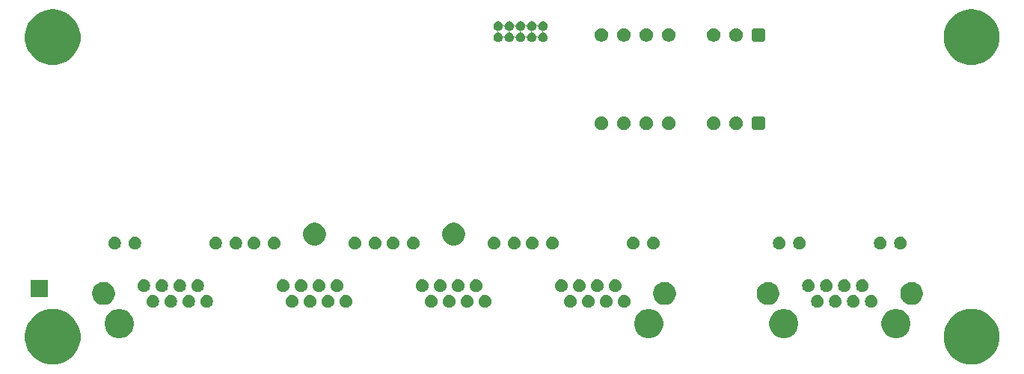
<source format=gbr>
G04 #@! TF.GenerationSoftware,KiCad,Pcbnew,6.0.0-rc1-unknown-106eaaa~84~ubuntu18.04.1*
G04 #@! TF.CreationDate,2018-11-27T01:39:18+00:00*
G04 #@! TF.ProjectId,proto-switch,70726f74-6f2d-4737-9769-7463682e6b69,1*
G04 #@! TF.SameCoordinates,Original*
G04 #@! TF.FileFunction,Soldermask,Bot*
G04 #@! TF.FilePolarity,Negative*
%FSLAX46Y46*%
G04 Gerber Fmt 4.6, Leading zero omitted, Abs format (unit mm)*
G04 Created by KiCad (PCBNEW 6.0.0-rc1-unknown-106eaaa~84~ubuntu18.04.1) date Tue 27 Nov 2018 01:39:18 GMT*
%MOMM*%
%LPD*%
G01*
G04 APERTURE LIST*
%ADD10C,0.100000*%
G04 APERTURE END LIST*
D10*
G36*
X188396849Y-152867226D02*
X188918821Y-152971052D01*
X189492085Y-153208506D01*
X190008008Y-153553235D01*
X190446765Y-153991992D01*
X190791494Y-154507915D01*
X191028948Y-155081179D01*
X191150000Y-155689752D01*
X191150000Y-156310248D01*
X191028948Y-156918821D01*
X190791494Y-157492085D01*
X190446765Y-158008008D01*
X190008008Y-158446765D01*
X189492085Y-158791494D01*
X188918821Y-159028948D01*
X188396849Y-159132774D01*
X188310249Y-159150000D01*
X187689751Y-159150000D01*
X187603151Y-159132774D01*
X187081179Y-159028948D01*
X186507915Y-158791494D01*
X185991992Y-158446765D01*
X185553235Y-158008008D01*
X185208506Y-157492085D01*
X184971052Y-156918821D01*
X184850000Y-156310248D01*
X184850000Y-155689752D01*
X184971052Y-155081179D01*
X185208506Y-154507915D01*
X185553235Y-153991992D01*
X185991992Y-153553235D01*
X186507915Y-153208506D01*
X187081179Y-152971052D01*
X187603151Y-152867226D01*
X187689751Y-152850000D01*
X188310249Y-152850000D01*
X188396849Y-152867226D01*
X188396849Y-152867226D01*
G37*
G36*
X84396849Y-152867226D02*
X84918821Y-152971052D01*
X85492085Y-153208506D01*
X86008008Y-153553235D01*
X86446765Y-153991992D01*
X86791494Y-154507915D01*
X87028948Y-155081179D01*
X87150000Y-155689752D01*
X87150000Y-156310248D01*
X87028948Y-156918821D01*
X86791494Y-157492085D01*
X86446765Y-158008008D01*
X86008008Y-158446765D01*
X85492085Y-158791494D01*
X84918821Y-159028948D01*
X84396849Y-159132774D01*
X84310249Y-159150000D01*
X83689751Y-159150000D01*
X83603151Y-159132774D01*
X83081179Y-159028948D01*
X82507915Y-158791494D01*
X81991992Y-158446765D01*
X81553235Y-158008008D01*
X81208506Y-157492085D01*
X80971052Y-156918821D01*
X80850000Y-156310248D01*
X80850000Y-155689752D01*
X80971052Y-155081179D01*
X81208506Y-154507915D01*
X81553235Y-153991992D01*
X81991992Y-153553235D01*
X82507915Y-153208506D01*
X83081179Y-152971052D01*
X83603151Y-152867226D01*
X83689751Y-152850000D01*
X84310249Y-152850000D01*
X84396849Y-152867226D01*
X84396849Y-152867226D01*
G37*
G36*
X179930001Y-152917639D02*
X179930003Y-152917640D01*
X179930004Y-152917640D01*
X180040631Y-152963463D01*
X180229485Y-153041689D01*
X180499012Y-153221781D01*
X180728219Y-153450988D01*
X180908311Y-153720515D01*
X181032361Y-154019999D01*
X181095600Y-154337921D01*
X181095600Y-154662079D01*
X181032361Y-154980001D01*
X180908311Y-155279485D01*
X180728219Y-155549012D01*
X180499012Y-155778219D01*
X180229485Y-155958311D01*
X180052750Y-156031517D01*
X179930004Y-156082360D01*
X179930003Y-156082360D01*
X179930001Y-156082361D01*
X179612079Y-156145600D01*
X179287921Y-156145600D01*
X178969999Y-156082361D01*
X178969997Y-156082360D01*
X178969996Y-156082360D01*
X178847250Y-156031517D01*
X178670515Y-155958311D01*
X178400988Y-155778219D01*
X178171781Y-155549012D01*
X177991689Y-155279485D01*
X177867639Y-154980001D01*
X177804400Y-154662079D01*
X177804400Y-154337921D01*
X177867639Y-154019999D01*
X177991689Y-153720515D01*
X178171781Y-153450988D01*
X178400988Y-153221781D01*
X178670515Y-153041689D01*
X178859369Y-152963463D01*
X178969996Y-152917640D01*
X178969997Y-152917640D01*
X178969999Y-152917639D01*
X179287921Y-152854400D01*
X179612079Y-152854400D01*
X179930001Y-152917639D01*
X179930001Y-152917639D01*
G37*
G36*
X151948001Y-152917639D02*
X151948003Y-152917640D01*
X151948004Y-152917640D01*
X152058631Y-152963463D01*
X152247485Y-153041689D01*
X152517012Y-153221781D01*
X152746219Y-153450988D01*
X152926311Y-153720515D01*
X153050361Y-154019999D01*
X153113600Y-154337921D01*
X153113600Y-154662079D01*
X153050361Y-154980001D01*
X152926311Y-155279485D01*
X152746219Y-155549012D01*
X152517012Y-155778219D01*
X152247485Y-155958311D01*
X152070750Y-156031517D01*
X151948004Y-156082360D01*
X151948003Y-156082360D01*
X151948001Y-156082361D01*
X151630079Y-156145600D01*
X151305921Y-156145600D01*
X150987999Y-156082361D01*
X150987997Y-156082360D01*
X150987996Y-156082360D01*
X150865250Y-156031517D01*
X150688515Y-155958311D01*
X150418988Y-155778219D01*
X150189781Y-155549012D01*
X150009689Y-155279485D01*
X149885639Y-154980001D01*
X149822400Y-154662079D01*
X149822400Y-154337921D01*
X149885639Y-154019999D01*
X150009689Y-153720515D01*
X150189781Y-153450988D01*
X150418988Y-153221781D01*
X150688515Y-153041689D01*
X150877369Y-152963463D01*
X150987996Y-152917640D01*
X150987997Y-152917640D01*
X150987999Y-152917639D01*
X151305921Y-152854400D01*
X151630079Y-152854400D01*
X151948001Y-152917639D01*
X151948001Y-152917639D01*
G37*
G36*
X167230001Y-152917639D02*
X167230003Y-152917640D01*
X167230004Y-152917640D01*
X167340631Y-152963463D01*
X167529485Y-153041689D01*
X167799012Y-153221781D01*
X168028219Y-153450988D01*
X168208311Y-153720515D01*
X168332361Y-154019999D01*
X168395600Y-154337921D01*
X168395600Y-154662079D01*
X168332361Y-154980001D01*
X168208311Y-155279485D01*
X168028219Y-155549012D01*
X167799012Y-155778219D01*
X167529485Y-155958311D01*
X167352750Y-156031517D01*
X167230004Y-156082360D01*
X167230003Y-156082360D01*
X167230001Y-156082361D01*
X166912079Y-156145600D01*
X166587921Y-156145600D01*
X166269999Y-156082361D01*
X166269997Y-156082360D01*
X166269996Y-156082360D01*
X166147250Y-156031517D01*
X165970515Y-155958311D01*
X165700988Y-155778219D01*
X165471781Y-155549012D01*
X165291689Y-155279485D01*
X165167639Y-154980001D01*
X165104400Y-154662079D01*
X165104400Y-154337921D01*
X165167639Y-154019999D01*
X165291689Y-153720515D01*
X165471781Y-153450988D01*
X165700988Y-153221781D01*
X165970515Y-153041689D01*
X166159369Y-152963463D01*
X166269996Y-152917640D01*
X166269997Y-152917640D01*
X166269999Y-152917639D01*
X166587921Y-152854400D01*
X166912079Y-152854400D01*
X167230001Y-152917639D01*
X167230001Y-152917639D01*
G37*
G36*
X92008001Y-152917639D02*
X92008003Y-152917640D01*
X92008004Y-152917640D01*
X92118631Y-152963463D01*
X92307485Y-153041689D01*
X92577012Y-153221781D01*
X92806219Y-153450988D01*
X92986311Y-153720515D01*
X93110361Y-154019999D01*
X93173600Y-154337921D01*
X93173600Y-154662079D01*
X93110361Y-154980001D01*
X92986311Y-155279485D01*
X92806219Y-155549012D01*
X92577012Y-155778219D01*
X92307485Y-155958311D01*
X92130750Y-156031517D01*
X92008004Y-156082360D01*
X92008003Y-156082360D01*
X92008001Y-156082361D01*
X91690079Y-156145600D01*
X91365921Y-156145600D01*
X91047999Y-156082361D01*
X91047997Y-156082360D01*
X91047996Y-156082360D01*
X90925250Y-156031517D01*
X90748515Y-155958311D01*
X90478988Y-155778219D01*
X90249781Y-155549012D01*
X90069689Y-155279485D01*
X89945639Y-154980001D01*
X89882400Y-154662079D01*
X89882400Y-154337921D01*
X89945639Y-154019999D01*
X90069689Y-153720515D01*
X90249781Y-153450988D01*
X90478988Y-153221781D01*
X90748515Y-153041689D01*
X90937369Y-152963463D01*
X91047996Y-152917640D01*
X91047997Y-152917640D01*
X91047999Y-152917639D01*
X91365921Y-152854400D01*
X91690079Y-152854400D01*
X92008001Y-152917639D01*
X92008001Y-152917639D01*
G37*
G36*
X95548015Y-151267668D02*
X95679049Y-151321944D01*
X95796975Y-151400740D01*
X95897260Y-151501025D01*
X95976056Y-151618951D01*
X96030332Y-151749985D01*
X96058000Y-151889085D01*
X96058000Y-152030915D01*
X96030332Y-152170015D01*
X95976056Y-152301049D01*
X95897260Y-152418975D01*
X95796975Y-152519260D01*
X95679049Y-152598056D01*
X95548015Y-152652332D01*
X95408915Y-152680000D01*
X95267085Y-152680000D01*
X95127985Y-152652332D01*
X94996951Y-152598056D01*
X94879025Y-152519260D01*
X94778740Y-152418975D01*
X94699944Y-152301049D01*
X94645668Y-152170015D01*
X94618000Y-152030915D01*
X94618000Y-151889085D01*
X94645668Y-151749985D01*
X94699944Y-151618951D01*
X94778740Y-151501025D01*
X94879025Y-151400740D01*
X94996951Y-151321944D01*
X95127985Y-151267668D01*
X95267085Y-151240000D01*
X95408915Y-151240000D01*
X95548015Y-151267668D01*
X95548015Y-151267668D01*
G37*
G36*
X101644015Y-151267668D02*
X101775049Y-151321944D01*
X101892975Y-151400740D01*
X101993260Y-151501025D01*
X102072056Y-151618951D01*
X102126332Y-151749985D01*
X102154000Y-151889085D01*
X102154000Y-152030915D01*
X102126332Y-152170015D01*
X102072056Y-152301049D01*
X101993260Y-152418975D01*
X101892975Y-152519260D01*
X101775049Y-152598056D01*
X101644015Y-152652332D01*
X101504915Y-152680000D01*
X101363085Y-152680000D01*
X101223985Y-152652332D01*
X101092951Y-152598056D01*
X100975025Y-152519260D01*
X100874740Y-152418975D01*
X100795944Y-152301049D01*
X100741668Y-152170015D01*
X100714000Y-152030915D01*
X100714000Y-151889085D01*
X100741668Y-151749985D01*
X100795944Y-151618951D01*
X100874740Y-151501025D01*
X100975025Y-151400740D01*
X101092951Y-151321944D01*
X101223985Y-151267668D01*
X101363085Y-151240000D01*
X101504915Y-151240000D01*
X101644015Y-151267668D01*
X101644015Y-151267668D01*
G37*
G36*
X99612015Y-151267668D02*
X99743049Y-151321944D01*
X99860975Y-151400740D01*
X99961260Y-151501025D01*
X100040056Y-151618951D01*
X100094332Y-151749985D01*
X100122000Y-151889085D01*
X100122000Y-152030915D01*
X100094332Y-152170015D01*
X100040056Y-152301049D01*
X99961260Y-152418975D01*
X99860975Y-152519260D01*
X99743049Y-152598056D01*
X99612015Y-152652332D01*
X99472915Y-152680000D01*
X99331085Y-152680000D01*
X99191985Y-152652332D01*
X99060951Y-152598056D01*
X98943025Y-152519260D01*
X98842740Y-152418975D01*
X98763944Y-152301049D01*
X98709668Y-152170015D01*
X98682000Y-152030915D01*
X98682000Y-151889085D01*
X98709668Y-151749985D01*
X98763944Y-151618951D01*
X98842740Y-151501025D01*
X98943025Y-151400740D01*
X99060951Y-151321944D01*
X99191985Y-151267668D01*
X99331085Y-151240000D01*
X99472915Y-151240000D01*
X99612015Y-151267668D01*
X99612015Y-151267668D01*
G37*
G36*
X97580015Y-151267668D02*
X97711049Y-151321944D01*
X97828975Y-151400740D01*
X97929260Y-151501025D01*
X98008056Y-151618951D01*
X98062332Y-151749985D01*
X98090000Y-151889085D01*
X98090000Y-152030915D01*
X98062332Y-152170015D01*
X98008056Y-152301049D01*
X97929260Y-152418975D01*
X97828975Y-152519260D01*
X97711049Y-152598056D01*
X97580015Y-152652332D01*
X97440915Y-152680000D01*
X97299085Y-152680000D01*
X97159985Y-152652332D01*
X97028951Y-152598056D01*
X96911025Y-152519260D01*
X96810740Y-152418975D01*
X96731944Y-152301049D01*
X96677668Y-152170015D01*
X96650000Y-152030915D01*
X96650000Y-151889085D01*
X96677668Y-151749985D01*
X96731944Y-151618951D01*
X96810740Y-151501025D01*
X96911025Y-151400740D01*
X97028951Y-151321944D01*
X97159985Y-151267668D01*
X97299085Y-151240000D01*
X97440915Y-151240000D01*
X97580015Y-151267668D01*
X97580015Y-151267668D01*
G37*
G36*
X176866015Y-151267668D02*
X176997049Y-151321944D01*
X177114975Y-151400740D01*
X177215260Y-151501025D01*
X177294056Y-151618951D01*
X177348332Y-151749985D01*
X177376000Y-151889085D01*
X177376000Y-152030915D01*
X177348332Y-152170015D01*
X177294056Y-152301049D01*
X177215260Y-152418975D01*
X177114975Y-152519260D01*
X176997049Y-152598056D01*
X176866015Y-152652332D01*
X176726915Y-152680000D01*
X176585085Y-152680000D01*
X176445985Y-152652332D01*
X176314951Y-152598056D01*
X176197025Y-152519260D01*
X176096740Y-152418975D01*
X176017944Y-152301049D01*
X175963668Y-152170015D01*
X175936000Y-152030915D01*
X175936000Y-151889085D01*
X175963668Y-151749985D01*
X176017944Y-151618951D01*
X176096740Y-151501025D01*
X176197025Y-151400740D01*
X176314951Y-151321944D01*
X176445985Y-151267668D01*
X176585085Y-151240000D01*
X176726915Y-151240000D01*
X176866015Y-151267668D01*
X176866015Y-151267668D01*
G37*
G36*
X174834015Y-151267668D02*
X174965049Y-151321944D01*
X175082975Y-151400740D01*
X175183260Y-151501025D01*
X175262056Y-151618951D01*
X175316332Y-151749985D01*
X175344000Y-151889085D01*
X175344000Y-152030915D01*
X175316332Y-152170015D01*
X175262056Y-152301049D01*
X175183260Y-152418975D01*
X175082975Y-152519260D01*
X174965049Y-152598056D01*
X174834015Y-152652332D01*
X174694915Y-152680000D01*
X174553085Y-152680000D01*
X174413985Y-152652332D01*
X174282951Y-152598056D01*
X174165025Y-152519260D01*
X174064740Y-152418975D01*
X173985944Y-152301049D01*
X173931668Y-152170015D01*
X173904000Y-152030915D01*
X173904000Y-151889085D01*
X173931668Y-151749985D01*
X173985944Y-151618951D01*
X174064740Y-151501025D01*
X174165025Y-151400740D01*
X174282951Y-151321944D01*
X174413985Y-151267668D01*
X174553085Y-151240000D01*
X174694915Y-151240000D01*
X174834015Y-151267668D01*
X174834015Y-151267668D01*
G37*
G36*
X172802015Y-151267668D02*
X172933049Y-151321944D01*
X173050975Y-151400740D01*
X173151260Y-151501025D01*
X173230056Y-151618951D01*
X173284332Y-151749985D01*
X173312000Y-151889085D01*
X173312000Y-152030915D01*
X173284332Y-152170015D01*
X173230056Y-152301049D01*
X173151260Y-152418975D01*
X173050975Y-152519260D01*
X172933049Y-152598056D01*
X172802015Y-152652332D01*
X172662915Y-152680000D01*
X172521085Y-152680000D01*
X172381985Y-152652332D01*
X172250951Y-152598056D01*
X172133025Y-152519260D01*
X172032740Y-152418975D01*
X171953944Y-152301049D01*
X171899668Y-152170015D01*
X171872000Y-152030915D01*
X171872000Y-151889085D01*
X171899668Y-151749985D01*
X171953944Y-151618951D01*
X172032740Y-151501025D01*
X172133025Y-151400740D01*
X172250951Y-151321944D01*
X172381985Y-151267668D01*
X172521085Y-151240000D01*
X172662915Y-151240000D01*
X172802015Y-151267668D01*
X172802015Y-151267668D01*
G37*
G36*
X170770015Y-151267668D02*
X170901049Y-151321944D01*
X171018975Y-151400740D01*
X171119260Y-151501025D01*
X171198056Y-151618951D01*
X171252332Y-151749985D01*
X171280000Y-151889085D01*
X171280000Y-152030915D01*
X171252332Y-152170015D01*
X171198056Y-152301049D01*
X171119260Y-152418975D01*
X171018975Y-152519260D01*
X170901049Y-152598056D01*
X170770015Y-152652332D01*
X170630915Y-152680000D01*
X170489085Y-152680000D01*
X170349985Y-152652332D01*
X170218951Y-152598056D01*
X170101025Y-152519260D01*
X170000740Y-152418975D01*
X169921944Y-152301049D01*
X169867668Y-152170015D01*
X169840000Y-152030915D01*
X169840000Y-151889085D01*
X169867668Y-151749985D01*
X169921944Y-151618951D01*
X170000740Y-151501025D01*
X170101025Y-151400740D01*
X170218951Y-151321944D01*
X170349985Y-151267668D01*
X170489085Y-151240000D01*
X170630915Y-151240000D01*
X170770015Y-151267668D01*
X170770015Y-151267668D01*
G37*
G36*
X146862015Y-151267668D02*
X146993049Y-151321944D01*
X147110975Y-151400740D01*
X147211260Y-151501025D01*
X147290056Y-151618951D01*
X147344332Y-151749985D01*
X147372000Y-151889085D01*
X147372000Y-152030915D01*
X147344332Y-152170015D01*
X147290056Y-152301049D01*
X147211260Y-152418975D01*
X147110975Y-152519260D01*
X146993049Y-152598056D01*
X146862015Y-152652332D01*
X146722915Y-152680000D01*
X146581085Y-152680000D01*
X146441985Y-152652332D01*
X146310951Y-152598056D01*
X146193025Y-152519260D01*
X146092740Y-152418975D01*
X146013944Y-152301049D01*
X145959668Y-152170015D01*
X145932000Y-152030915D01*
X145932000Y-151889085D01*
X145959668Y-151749985D01*
X146013944Y-151618951D01*
X146092740Y-151501025D01*
X146193025Y-151400740D01*
X146310951Y-151321944D01*
X146441985Y-151267668D01*
X146581085Y-151240000D01*
X146722915Y-151240000D01*
X146862015Y-151267668D01*
X146862015Y-151267668D01*
G37*
G36*
X131112015Y-151267668D02*
X131243049Y-151321944D01*
X131360975Y-151400740D01*
X131461260Y-151501025D01*
X131540056Y-151618951D01*
X131594332Y-151749985D01*
X131622000Y-151889085D01*
X131622000Y-152030915D01*
X131594332Y-152170015D01*
X131540056Y-152301049D01*
X131461260Y-152418975D01*
X131360975Y-152519260D01*
X131243049Y-152598056D01*
X131112015Y-152652332D01*
X130972915Y-152680000D01*
X130831085Y-152680000D01*
X130691985Y-152652332D01*
X130560951Y-152598056D01*
X130443025Y-152519260D01*
X130342740Y-152418975D01*
X130263944Y-152301049D01*
X130209668Y-152170015D01*
X130182000Y-152030915D01*
X130182000Y-151889085D01*
X130209668Y-151749985D01*
X130263944Y-151618951D01*
X130342740Y-151501025D01*
X130443025Y-151400740D01*
X130560951Y-151321944D01*
X130691985Y-151267668D01*
X130831085Y-151240000D01*
X130972915Y-151240000D01*
X131112015Y-151267668D01*
X131112015Y-151267668D01*
G37*
G36*
X142798015Y-151267668D02*
X142929049Y-151321944D01*
X143046975Y-151400740D01*
X143147260Y-151501025D01*
X143226056Y-151618951D01*
X143280332Y-151749985D01*
X143308000Y-151889085D01*
X143308000Y-152030915D01*
X143280332Y-152170015D01*
X143226056Y-152301049D01*
X143147260Y-152418975D01*
X143046975Y-152519260D01*
X142929049Y-152598056D01*
X142798015Y-152652332D01*
X142658915Y-152680000D01*
X142517085Y-152680000D01*
X142377985Y-152652332D01*
X142246951Y-152598056D01*
X142129025Y-152519260D01*
X142028740Y-152418975D01*
X141949944Y-152301049D01*
X141895668Y-152170015D01*
X141868000Y-152030915D01*
X141868000Y-151889085D01*
X141895668Y-151749985D01*
X141949944Y-151618951D01*
X142028740Y-151501025D01*
X142129025Y-151400740D01*
X142246951Y-151321944D01*
X142377985Y-151267668D01*
X142517085Y-151240000D01*
X142658915Y-151240000D01*
X142798015Y-151267668D01*
X142798015Y-151267668D01*
G37*
G36*
X127048015Y-151267668D02*
X127179049Y-151321944D01*
X127296975Y-151400740D01*
X127397260Y-151501025D01*
X127476056Y-151618951D01*
X127530332Y-151749985D01*
X127558000Y-151889085D01*
X127558000Y-152030915D01*
X127530332Y-152170015D01*
X127476056Y-152301049D01*
X127397260Y-152418975D01*
X127296975Y-152519260D01*
X127179049Y-152598056D01*
X127048015Y-152652332D01*
X126908915Y-152680000D01*
X126767085Y-152680000D01*
X126627985Y-152652332D01*
X126496951Y-152598056D01*
X126379025Y-152519260D01*
X126278740Y-152418975D01*
X126199944Y-152301049D01*
X126145668Y-152170015D01*
X126118000Y-152030915D01*
X126118000Y-151889085D01*
X126145668Y-151749985D01*
X126199944Y-151618951D01*
X126278740Y-151501025D01*
X126379025Y-151400740D01*
X126496951Y-151321944D01*
X126627985Y-151267668D01*
X126767085Y-151240000D01*
X126908915Y-151240000D01*
X127048015Y-151267668D01*
X127048015Y-151267668D01*
G37*
G36*
X111298015Y-151267668D02*
X111429049Y-151321944D01*
X111546975Y-151400740D01*
X111647260Y-151501025D01*
X111726056Y-151618951D01*
X111780332Y-151749985D01*
X111808000Y-151889085D01*
X111808000Y-152030915D01*
X111780332Y-152170015D01*
X111726056Y-152301049D01*
X111647260Y-152418975D01*
X111546975Y-152519260D01*
X111429049Y-152598056D01*
X111298015Y-152652332D01*
X111158915Y-152680000D01*
X111017085Y-152680000D01*
X110877985Y-152652332D01*
X110746951Y-152598056D01*
X110629025Y-152519260D01*
X110528740Y-152418975D01*
X110449944Y-152301049D01*
X110395668Y-152170015D01*
X110368000Y-152030915D01*
X110368000Y-151889085D01*
X110395668Y-151749985D01*
X110449944Y-151618951D01*
X110528740Y-151501025D01*
X110629025Y-151400740D01*
X110746951Y-151321944D01*
X110877985Y-151267668D01*
X111017085Y-151240000D01*
X111158915Y-151240000D01*
X111298015Y-151267668D01*
X111298015Y-151267668D01*
G37*
G36*
X144830015Y-151267668D02*
X144961049Y-151321944D01*
X145078975Y-151400740D01*
X145179260Y-151501025D01*
X145258056Y-151618951D01*
X145312332Y-151749985D01*
X145340000Y-151889085D01*
X145340000Y-152030915D01*
X145312332Y-152170015D01*
X145258056Y-152301049D01*
X145179260Y-152418975D01*
X145078975Y-152519260D01*
X144961049Y-152598056D01*
X144830015Y-152652332D01*
X144690915Y-152680000D01*
X144549085Y-152680000D01*
X144409985Y-152652332D01*
X144278951Y-152598056D01*
X144161025Y-152519260D01*
X144060740Y-152418975D01*
X143981944Y-152301049D01*
X143927668Y-152170015D01*
X143900000Y-152030915D01*
X143900000Y-151889085D01*
X143927668Y-151749985D01*
X143981944Y-151618951D01*
X144060740Y-151501025D01*
X144161025Y-151400740D01*
X144278951Y-151321944D01*
X144409985Y-151267668D01*
X144549085Y-151240000D01*
X144690915Y-151240000D01*
X144830015Y-151267668D01*
X144830015Y-151267668D01*
G37*
G36*
X129080015Y-151267668D02*
X129211049Y-151321944D01*
X129328975Y-151400740D01*
X129429260Y-151501025D01*
X129508056Y-151618951D01*
X129562332Y-151749985D01*
X129590000Y-151889085D01*
X129590000Y-152030915D01*
X129562332Y-152170015D01*
X129508056Y-152301049D01*
X129429260Y-152418975D01*
X129328975Y-152519260D01*
X129211049Y-152598056D01*
X129080015Y-152652332D01*
X128940915Y-152680000D01*
X128799085Y-152680000D01*
X128659985Y-152652332D01*
X128528951Y-152598056D01*
X128411025Y-152519260D01*
X128310740Y-152418975D01*
X128231944Y-152301049D01*
X128177668Y-152170015D01*
X128150000Y-152030915D01*
X128150000Y-151889085D01*
X128177668Y-151749985D01*
X128231944Y-151618951D01*
X128310740Y-151501025D01*
X128411025Y-151400740D01*
X128528951Y-151321944D01*
X128659985Y-151267668D01*
X128799085Y-151240000D01*
X128940915Y-151240000D01*
X129080015Y-151267668D01*
X129080015Y-151267668D01*
G37*
G36*
X113330015Y-151267668D02*
X113461049Y-151321944D01*
X113578975Y-151400740D01*
X113679260Y-151501025D01*
X113758056Y-151618951D01*
X113812332Y-151749985D01*
X113840000Y-151889085D01*
X113840000Y-152030915D01*
X113812332Y-152170015D01*
X113758056Y-152301049D01*
X113679260Y-152418975D01*
X113578975Y-152519260D01*
X113461049Y-152598056D01*
X113330015Y-152652332D01*
X113190915Y-152680000D01*
X113049085Y-152680000D01*
X112909985Y-152652332D01*
X112778951Y-152598056D01*
X112661025Y-152519260D01*
X112560740Y-152418975D01*
X112481944Y-152301049D01*
X112427668Y-152170015D01*
X112400000Y-152030915D01*
X112400000Y-151889085D01*
X112427668Y-151749985D01*
X112481944Y-151618951D01*
X112560740Y-151501025D01*
X112661025Y-151400740D01*
X112778951Y-151321944D01*
X112909985Y-151267668D01*
X113049085Y-151240000D01*
X113190915Y-151240000D01*
X113330015Y-151267668D01*
X113330015Y-151267668D01*
G37*
G36*
X148894015Y-151267668D02*
X149025049Y-151321944D01*
X149142975Y-151400740D01*
X149243260Y-151501025D01*
X149322056Y-151618951D01*
X149376332Y-151749985D01*
X149404000Y-151889085D01*
X149404000Y-152030915D01*
X149376332Y-152170015D01*
X149322056Y-152301049D01*
X149243260Y-152418975D01*
X149142975Y-152519260D01*
X149025049Y-152598056D01*
X148894015Y-152652332D01*
X148754915Y-152680000D01*
X148613085Y-152680000D01*
X148473985Y-152652332D01*
X148342951Y-152598056D01*
X148225025Y-152519260D01*
X148124740Y-152418975D01*
X148045944Y-152301049D01*
X147991668Y-152170015D01*
X147964000Y-152030915D01*
X147964000Y-151889085D01*
X147991668Y-151749985D01*
X148045944Y-151618951D01*
X148124740Y-151501025D01*
X148225025Y-151400740D01*
X148342951Y-151321944D01*
X148473985Y-151267668D01*
X148613085Y-151240000D01*
X148754915Y-151240000D01*
X148894015Y-151267668D01*
X148894015Y-151267668D01*
G37*
G36*
X133144015Y-151267668D02*
X133275049Y-151321944D01*
X133392975Y-151400740D01*
X133493260Y-151501025D01*
X133572056Y-151618951D01*
X133626332Y-151749985D01*
X133654000Y-151889085D01*
X133654000Y-152030915D01*
X133626332Y-152170015D01*
X133572056Y-152301049D01*
X133493260Y-152418975D01*
X133392975Y-152519260D01*
X133275049Y-152598056D01*
X133144015Y-152652332D01*
X133004915Y-152680000D01*
X132863085Y-152680000D01*
X132723985Y-152652332D01*
X132592951Y-152598056D01*
X132475025Y-152519260D01*
X132374740Y-152418975D01*
X132295944Y-152301049D01*
X132241668Y-152170015D01*
X132214000Y-152030915D01*
X132214000Y-151889085D01*
X132241668Y-151749985D01*
X132295944Y-151618951D01*
X132374740Y-151501025D01*
X132475025Y-151400740D01*
X132592951Y-151321944D01*
X132723985Y-151267668D01*
X132863085Y-151240000D01*
X133004915Y-151240000D01*
X133144015Y-151267668D01*
X133144015Y-151267668D01*
G37*
G36*
X117394015Y-151267668D02*
X117525049Y-151321944D01*
X117642975Y-151400740D01*
X117743260Y-151501025D01*
X117822056Y-151618951D01*
X117876332Y-151749985D01*
X117904000Y-151889085D01*
X117904000Y-152030915D01*
X117876332Y-152170015D01*
X117822056Y-152301049D01*
X117743260Y-152418975D01*
X117642975Y-152519260D01*
X117525049Y-152598056D01*
X117394015Y-152652332D01*
X117254915Y-152680000D01*
X117113085Y-152680000D01*
X116973985Y-152652332D01*
X116842951Y-152598056D01*
X116725025Y-152519260D01*
X116624740Y-152418975D01*
X116545944Y-152301049D01*
X116491668Y-152170015D01*
X116464000Y-152030915D01*
X116464000Y-151889085D01*
X116491668Y-151749985D01*
X116545944Y-151618951D01*
X116624740Y-151501025D01*
X116725025Y-151400740D01*
X116842951Y-151321944D01*
X116973985Y-151267668D01*
X117113085Y-151240000D01*
X117254915Y-151240000D01*
X117394015Y-151267668D01*
X117394015Y-151267668D01*
G37*
G36*
X115362015Y-151267668D02*
X115493049Y-151321944D01*
X115610975Y-151400740D01*
X115711260Y-151501025D01*
X115790056Y-151618951D01*
X115844332Y-151749985D01*
X115872000Y-151889085D01*
X115872000Y-152030915D01*
X115844332Y-152170015D01*
X115790056Y-152301049D01*
X115711260Y-152418975D01*
X115610975Y-152519260D01*
X115493049Y-152598056D01*
X115362015Y-152652332D01*
X115222915Y-152680000D01*
X115081085Y-152680000D01*
X114941985Y-152652332D01*
X114810951Y-152598056D01*
X114693025Y-152519260D01*
X114592740Y-152418975D01*
X114513944Y-152301049D01*
X114459668Y-152170015D01*
X114432000Y-152030915D01*
X114432000Y-151889085D01*
X114459668Y-151749985D01*
X114513944Y-151618951D01*
X114592740Y-151501025D01*
X114693025Y-151400740D01*
X114810951Y-151321944D01*
X114941985Y-151267668D01*
X115081085Y-151240000D01*
X115222915Y-151240000D01*
X115362015Y-151267668D01*
X115362015Y-151267668D01*
G37*
G36*
X165348277Y-149830573D02*
X165583045Y-149927817D01*
X165794330Y-150068993D01*
X165974007Y-150248670D01*
X166115183Y-150459955D01*
X166212427Y-150694723D01*
X166262000Y-150943945D01*
X166262000Y-151198055D01*
X166212427Y-151447277D01*
X166115183Y-151682045D01*
X165974007Y-151893330D01*
X165794330Y-152073007D01*
X165583045Y-152214183D01*
X165348277Y-152311427D01*
X165099055Y-152361000D01*
X164844945Y-152361000D01*
X164595723Y-152311427D01*
X164360955Y-152214183D01*
X164149670Y-152073007D01*
X163969993Y-151893330D01*
X163828817Y-151682045D01*
X163731573Y-151447277D01*
X163682000Y-151198055D01*
X163682000Y-150943945D01*
X163731573Y-150694723D01*
X163828817Y-150459955D01*
X163969993Y-150248670D01*
X164149670Y-150068993D01*
X164360955Y-149927817D01*
X164595723Y-149830573D01*
X164844945Y-149781000D01*
X165099055Y-149781000D01*
X165348277Y-149830573D01*
X165348277Y-149830573D01*
G37*
G36*
X153626277Y-149830573D02*
X153861045Y-149927817D01*
X154072330Y-150068993D01*
X154252007Y-150248670D01*
X154393183Y-150459955D01*
X154490427Y-150694723D01*
X154540000Y-150943945D01*
X154540000Y-151198055D01*
X154490427Y-151447277D01*
X154393183Y-151682045D01*
X154252007Y-151893330D01*
X154072330Y-152073007D01*
X153861045Y-152214183D01*
X153626277Y-152311427D01*
X153377055Y-152361000D01*
X153122945Y-152361000D01*
X152873723Y-152311427D01*
X152638955Y-152214183D01*
X152427670Y-152073007D01*
X152247993Y-151893330D01*
X152106817Y-151682045D01*
X152009573Y-151447277D01*
X151960000Y-151198055D01*
X151960000Y-150943945D01*
X152009573Y-150694723D01*
X152106817Y-150459955D01*
X152247993Y-150248670D01*
X152427670Y-150068993D01*
X152638955Y-149927817D01*
X152873723Y-149830573D01*
X153122945Y-149781000D01*
X153377055Y-149781000D01*
X153626277Y-149830573D01*
X153626277Y-149830573D01*
G37*
G36*
X181604277Y-149830573D02*
X181839045Y-149927817D01*
X182050330Y-150068993D01*
X182230007Y-150248670D01*
X182371183Y-150459955D01*
X182468427Y-150694723D01*
X182518000Y-150943945D01*
X182518000Y-151198055D01*
X182468427Y-151447277D01*
X182371183Y-151682045D01*
X182230007Y-151893330D01*
X182050330Y-152073007D01*
X181839045Y-152214183D01*
X181604277Y-152311427D01*
X181355055Y-152361000D01*
X181100945Y-152361000D01*
X180851723Y-152311427D01*
X180616955Y-152214183D01*
X180405670Y-152073007D01*
X180225993Y-151893330D01*
X180084817Y-151682045D01*
X179987573Y-151447277D01*
X179938000Y-151198055D01*
X179938000Y-150943945D01*
X179987573Y-150694723D01*
X180084817Y-150459955D01*
X180225993Y-150248670D01*
X180405670Y-150068993D01*
X180616955Y-149927817D01*
X180851723Y-149830573D01*
X181100945Y-149781000D01*
X181355055Y-149781000D01*
X181604277Y-149830573D01*
X181604277Y-149830573D01*
G37*
G36*
X90126277Y-149830573D02*
X90361045Y-149927817D01*
X90572330Y-150068993D01*
X90752007Y-150248670D01*
X90893183Y-150459955D01*
X90990427Y-150694723D01*
X91040000Y-150943945D01*
X91040000Y-151198055D01*
X90990427Y-151447277D01*
X90893183Y-151682045D01*
X90752007Y-151893330D01*
X90572330Y-152073007D01*
X90361045Y-152214183D01*
X90126277Y-152311427D01*
X89877055Y-152361000D01*
X89622945Y-152361000D01*
X89373723Y-152311427D01*
X89138955Y-152214183D01*
X88927670Y-152073007D01*
X88747993Y-151893330D01*
X88606817Y-151682045D01*
X88509573Y-151447277D01*
X88460000Y-151198055D01*
X88460000Y-150943945D01*
X88509573Y-150694723D01*
X88606817Y-150459955D01*
X88747993Y-150248670D01*
X88927670Y-150068993D01*
X89138955Y-149927817D01*
X89373723Y-149830573D01*
X89622945Y-149781000D01*
X89877055Y-149781000D01*
X90126277Y-149830573D01*
X90126277Y-149830573D01*
G37*
G36*
X83470000Y-151470000D02*
X81530000Y-151470000D01*
X81530000Y-149530000D01*
X83470000Y-149530000D01*
X83470000Y-151470000D01*
X83470000Y-151470000D01*
G37*
G36*
X94532015Y-149489668D02*
X94663049Y-149543944D01*
X94780975Y-149622740D01*
X94881260Y-149723025D01*
X94960056Y-149840951D01*
X95014332Y-149971985D01*
X95042000Y-150111085D01*
X95042000Y-150252915D01*
X95014332Y-150392015D01*
X94960056Y-150523049D01*
X94881260Y-150640975D01*
X94780975Y-150741260D01*
X94663049Y-150820056D01*
X94532015Y-150874332D01*
X94392915Y-150902000D01*
X94251085Y-150902000D01*
X94111985Y-150874332D01*
X93980951Y-150820056D01*
X93863025Y-150741260D01*
X93762740Y-150640975D01*
X93683944Y-150523049D01*
X93629668Y-150392015D01*
X93602000Y-150252915D01*
X93602000Y-150111085D01*
X93629668Y-149971985D01*
X93683944Y-149840951D01*
X93762740Y-149723025D01*
X93863025Y-149622740D01*
X93980951Y-149543944D01*
X94111985Y-149489668D01*
X94251085Y-149462000D01*
X94392915Y-149462000D01*
X94532015Y-149489668D01*
X94532015Y-149489668D01*
G37*
G36*
X110282015Y-149489668D02*
X110413049Y-149543944D01*
X110530975Y-149622740D01*
X110631260Y-149723025D01*
X110710056Y-149840951D01*
X110764332Y-149971985D01*
X110792000Y-150111085D01*
X110792000Y-150252915D01*
X110764332Y-150392015D01*
X110710056Y-150523049D01*
X110631260Y-150640975D01*
X110530975Y-150741260D01*
X110413049Y-150820056D01*
X110282015Y-150874332D01*
X110142915Y-150902000D01*
X110001085Y-150902000D01*
X109861985Y-150874332D01*
X109730951Y-150820056D01*
X109613025Y-150741260D01*
X109512740Y-150640975D01*
X109433944Y-150523049D01*
X109379668Y-150392015D01*
X109352000Y-150252915D01*
X109352000Y-150111085D01*
X109379668Y-149971985D01*
X109433944Y-149840951D01*
X109512740Y-149723025D01*
X109613025Y-149622740D01*
X109730951Y-149543944D01*
X109861985Y-149489668D01*
X110001085Y-149462000D01*
X110142915Y-149462000D01*
X110282015Y-149489668D01*
X110282015Y-149489668D01*
G37*
G36*
X141782015Y-149489668D02*
X141913049Y-149543944D01*
X142030975Y-149622740D01*
X142131260Y-149723025D01*
X142210056Y-149840951D01*
X142264332Y-149971985D01*
X142292000Y-150111085D01*
X142292000Y-150252915D01*
X142264332Y-150392015D01*
X142210056Y-150523049D01*
X142131260Y-150640975D01*
X142030975Y-150741260D01*
X141913049Y-150820056D01*
X141782015Y-150874332D01*
X141642915Y-150902000D01*
X141501085Y-150902000D01*
X141361985Y-150874332D01*
X141230951Y-150820056D01*
X141113025Y-150741260D01*
X141012740Y-150640975D01*
X140933944Y-150523049D01*
X140879668Y-150392015D01*
X140852000Y-150252915D01*
X140852000Y-150111085D01*
X140879668Y-149971985D01*
X140933944Y-149840951D01*
X141012740Y-149723025D01*
X141113025Y-149622740D01*
X141230951Y-149543944D01*
X141361985Y-149489668D01*
X141501085Y-149462000D01*
X141642915Y-149462000D01*
X141782015Y-149489668D01*
X141782015Y-149489668D01*
G37*
G36*
X126032015Y-149489668D02*
X126163049Y-149543944D01*
X126280975Y-149622740D01*
X126381260Y-149723025D01*
X126460056Y-149840951D01*
X126514332Y-149971985D01*
X126542000Y-150111085D01*
X126542000Y-150252915D01*
X126514332Y-150392015D01*
X126460056Y-150523049D01*
X126381260Y-150640975D01*
X126280975Y-150741260D01*
X126163049Y-150820056D01*
X126032015Y-150874332D01*
X125892915Y-150902000D01*
X125751085Y-150902000D01*
X125611985Y-150874332D01*
X125480951Y-150820056D01*
X125363025Y-150741260D01*
X125262740Y-150640975D01*
X125183944Y-150523049D01*
X125129668Y-150392015D01*
X125102000Y-150252915D01*
X125102000Y-150111085D01*
X125129668Y-149971985D01*
X125183944Y-149840951D01*
X125262740Y-149723025D01*
X125363025Y-149622740D01*
X125480951Y-149543944D01*
X125611985Y-149489668D01*
X125751085Y-149462000D01*
X125892915Y-149462000D01*
X126032015Y-149489668D01*
X126032015Y-149489668D01*
G37*
G36*
X128064015Y-149489668D02*
X128195049Y-149543944D01*
X128312975Y-149622740D01*
X128413260Y-149723025D01*
X128492056Y-149840951D01*
X128546332Y-149971985D01*
X128574000Y-150111085D01*
X128574000Y-150252915D01*
X128546332Y-150392015D01*
X128492056Y-150523049D01*
X128413260Y-150640975D01*
X128312975Y-150741260D01*
X128195049Y-150820056D01*
X128064015Y-150874332D01*
X127924915Y-150902000D01*
X127783085Y-150902000D01*
X127643985Y-150874332D01*
X127512951Y-150820056D01*
X127395025Y-150741260D01*
X127294740Y-150640975D01*
X127215944Y-150523049D01*
X127161668Y-150392015D01*
X127134000Y-150252915D01*
X127134000Y-150111085D01*
X127161668Y-149971985D01*
X127215944Y-149840951D01*
X127294740Y-149723025D01*
X127395025Y-149622740D01*
X127512951Y-149543944D01*
X127643985Y-149489668D01*
X127783085Y-149462000D01*
X127924915Y-149462000D01*
X128064015Y-149489668D01*
X128064015Y-149489668D01*
G37*
G36*
X143814015Y-149489668D02*
X143945049Y-149543944D01*
X144062975Y-149622740D01*
X144163260Y-149723025D01*
X144242056Y-149840951D01*
X144296332Y-149971985D01*
X144324000Y-150111085D01*
X144324000Y-150252915D01*
X144296332Y-150392015D01*
X144242056Y-150523049D01*
X144163260Y-150640975D01*
X144062975Y-150741260D01*
X143945049Y-150820056D01*
X143814015Y-150874332D01*
X143674915Y-150902000D01*
X143533085Y-150902000D01*
X143393985Y-150874332D01*
X143262951Y-150820056D01*
X143145025Y-150741260D01*
X143044740Y-150640975D01*
X142965944Y-150523049D01*
X142911668Y-150392015D01*
X142884000Y-150252915D01*
X142884000Y-150111085D01*
X142911668Y-149971985D01*
X142965944Y-149840951D01*
X143044740Y-149723025D01*
X143145025Y-149622740D01*
X143262951Y-149543944D01*
X143393985Y-149489668D01*
X143533085Y-149462000D01*
X143674915Y-149462000D01*
X143814015Y-149489668D01*
X143814015Y-149489668D01*
G37*
G36*
X145846015Y-149489668D02*
X145977049Y-149543944D01*
X146094975Y-149622740D01*
X146195260Y-149723025D01*
X146274056Y-149840951D01*
X146328332Y-149971985D01*
X146356000Y-150111085D01*
X146356000Y-150252915D01*
X146328332Y-150392015D01*
X146274056Y-150523049D01*
X146195260Y-150640975D01*
X146094975Y-150741260D01*
X145977049Y-150820056D01*
X145846015Y-150874332D01*
X145706915Y-150902000D01*
X145565085Y-150902000D01*
X145425985Y-150874332D01*
X145294951Y-150820056D01*
X145177025Y-150741260D01*
X145076740Y-150640975D01*
X144997944Y-150523049D01*
X144943668Y-150392015D01*
X144916000Y-150252915D01*
X144916000Y-150111085D01*
X144943668Y-149971985D01*
X144997944Y-149840951D01*
X145076740Y-149723025D01*
X145177025Y-149622740D01*
X145294951Y-149543944D01*
X145425985Y-149489668D01*
X145565085Y-149462000D01*
X145706915Y-149462000D01*
X145846015Y-149489668D01*
X145846015Y-149489668D01*
G37*
G36*
X147878015Y-149489668D02*
X148009049Y-149543944D01*
X148126975Y-149622740D01*
X148227260Y-149723025D01*
X148306056Y-149840951D01*
X148360332Y-149971985D01*
X148388000Y-150111085D01*
X148388000Y-150252915D01*
X148360332Y-150392015D01*
X148306056Y-150523049D01*
X148227260Y-150640975D01*
X148126975Y-150741260D01*
X148009049Y-150820056D01*
X147878015Y-150874332D01*
X147738915Y-150902000D01*
X147597085Y-150902000D01*
X147457985Y-150874332D01*
X147326951Y-150820056D01*
X147209025Y-150741260D01*
X147108740Y-150640975D01*
X147029944Y-150523049D01*
X146975668Y-150392015D01*
X146948000Y-150252915D01*
X146948000Y-150111085D01*
X146975668Y-149971985D01*
X147029944Y-149840951D01*
X147108740Y-149723025D01*
X147209025Y-149622740D01*
X147326951Y-149543944D01*
X147457985Y-149489668D01*
X147597085Y-149462000D01*
X147738915Y-149462000D01*
X147878015Y-149489668D01*
X147878015Y-149489668D01*
G37*
G36*
X132128015Y-149489668D02*
X132259049Y-149543944D01*
X132376975Y-149622740D01*
X132477260Y-149723025D01*
X132556056Y-149840951D01*
X132610332Y-149971985D01*
X132638000Y-150111085D01*
X132638000Y-150252915D01*
X132610332Y-150392015D01*
X132556056Y-150523049D01*
X132477260Y-150640975D01*
X132376975Y-150741260D01*
X132259049Y-150820056D01*
X132128015Y-150874332D01*
X131988915Y-150902000D01*
X131847085Y-150902000D01*
X131707985Y-150874332D01*
X131576951Y-150820056D01*
X131459025Y-150741260D01*
X131358740Y-150640975D01*
X131279944Y-150523049D01*
X131225668Y-150392015D01*
X131198000Y-150252915D01*
X131198000Y-150111085D01*
X131225668Y-149971985D01*
X131279944Y-149840951D01*
X131358740Y-149723025D01*
X131459025Y-149622740D01*
X131576951Y-149543944D01*
X131707985Y-149489668D01*
X131847085Y-149462000D01*
X131988915Y-149462000D01*
X132128015Y-149489668D01*
X132128015Y-149489668D01*
G37*
G36*
X116378015Y-149489668D02*
X116509049Y-149543944D01*
X116626975Y-149622740D01*
X116727260Y-149723025D01*
X116806056Y-149840951D01*
X116860332Y-149971985D01*
X116888000Y-150111085D01*
X116888000Y-150252915D01*
X116860332Y-150392015D01*
X116806056Y-150523049D01*
X116727260Y-150640975D01*
X116626975Y-150741260D01*
X116509049Y-150820056D01*
X116378015Y-150874332D01*
X116238915Y-150902000D01*
X116097085Y-150902000D01*
X115957985Y-150874332D01*
X115826951Y-150820056D01*
X115709025Y-150741260D01*
X115608740Y-150640975D01*
X115529944Y-150523049D01*
X115475668Y-150392015D01*
X115448000Y-150252915D01*
X115448000Y-150111085D01*
X115475668Y-149971985D01*
X115529944Y-149840951D01*
X115608740Y-149723025D01*
X115709025Y-149622740D01*
X115826951Y-149543944D01*
X115957985Y-149489668D01*
X116097085Y-149462000D01*
X116238915Y-149462000D01*
X116378015Y-149489668D01*
X116378015Y-149489668D01*
G37*
G36*
X112314015Y-149489668D02*
X112445049Y-149543944D01*
X112562975Y-149622740D01*
X112663260Y-149723025D01*
X112742056Y-149840951D01*
X112796332Y-149971985D01*
X112824000Y-150111085D01*
X112824000Y-150252915D01*
X112796332Y-150392015D01*
X112742056Y-150523049D01*
X112663260Y-150640975D01*
X112562975Y-150741260D01*
X112445049Y-150820056D01*
X112314015Y-150874332D01*
X112174915Y-150902000D01*
X112033085Y-150902000D01*
X111893985Y-150874332D01*
X111762951Y-150820056D01*
X111645025Y-150741260D01*
X111544740Y-150640975D01*
X111465944Y-150523049D01*
X111411668Y-150392015D01*
X111384000Y-150252915D01*
X111384000Y-150111085D01*
X111411668Y-149971985D01*
X111465944Y-149840951D01*
X111544740Y-149723025D01*
X111645025Y-149622740D01*
X111762951Y-149543944D01*
X111893985Y-149489668D01*
X112033085Y-149462000D01*
X112174915Y-149462000D01*
X112314015Y-149489668D01*
X112314015Y-149489668D01*
G37*
G36*
X169754015Y-149489668D02*
X169885049Y-149543944D01*
X170002975Y-149622740D01*
X170103260Y-149723025D01*
X170182056Y-149840951D01*
X170236332Y-149971985D01*
X170264000Y-150111085D01*
X170264000Y-150252915D01*
X170236332Y-150392015D01*
X170182056Y-150523049D01*
X170103260Y-150640975D01*
X170002975Y-150741260D01*
X169885049Y-150820056D01*
X169754015Y-150874332D01*
X169614915Y-150902000D01*
X169473085Y-150902000D01*
X169333985Y-150874332D01*
X169202951Y-150820056D01*
X169085025Y-150741260D01*
X168984740Y-150640975D01*
X168905944Y-150523049D01*
X168851668Y-150392015D01*
X168824000Y-150252915D01*
X168824000Y-150111085D01*
X168851668Y-149971985D01*
X168905944Y-149840951D01*
X168984740Y-149723025D01*
X169085025Y-149622740D01*
X169202951Y-149543944D01*
X169333985Y-149489668D01*
X169473085Y-149462000D01*
X169614915Y-149462000D01*
X169754015Y-149489668D01*
X169754015Y-149489668D01*
G37*
G36*
X171786015Y-149489668D02*
X171917049Y-149543944D01*
X172034975Y-149622740D01*
X172135260Y-149723025D01*
X172214056Y-149840951D01*
X172268332Y-149971985D01*
X172296000Y-150111085D01*
X172296000Y-150252915D01*
X172268332Y-150392015D01*
X172214056Y-150523049D01*
X172135260Y-150640975D01*
X172034975Y-150741260D01*
X171917049Y-150820056D01*
X171786015Y-150874332D01*
X171646915Y-150902000D01*
X171505085Y-150902000D01*
X171365985Y-150874332D01*
X171234951Y-150820056D01*
X171117025Y-150741260D01*
X171016740Y-150640975D01*
X170937944Y-150523049D01*
X170883668Y-150392015D01*
X170856000Y-150252915D01*
X170856000Y-150111085D01*
X170883668Y-149971985D01*
X170937944Y-149840951D01*
X171016740Y-149723025D01*
X171117025Y-149622740D01*
X171234951Y-149543944D01*
X171365985Y-149489668D01*
X171505085Y-149462000D01*
X171646915Y-149462000D01*
X171786015Y-149489668D01*
X171786015Y-149489668D01*
G37*
G36*
X173818015Y-149489668D02*
X173949049Y-149543944D01*
X174066975Y-149622740D01*
X174167260Y-149723025D01*
X174246056Y-149840951D01*
X174300332Y-149971985D01*
X174328000Y-150111085D01*
X174328000Y-150252915D01*
X174300332Y-150392015D01*
X174246056Y-150523049D01*
X174167260Y-150640975D01*
X174066975Y-150741260D01*
X173949049Y-150820056D01*
X173818015Y-150874332D01*
X173678915Y-150902000D01*
X173537085Y-150902000D01*
X173397985Y-150874332D01*
X173266951Y-150820056D01*
X173149025Y-150741260D01*
X173048740Y-150640975D01*
X172969944Y-150523049D01*
X172915668Y-150392015D01*
X172888000Y-150252915D01*
X172888000Y-150111085D01*
X172915668Y-149971985D01*
X172969944Y-149840951D01*
X173048740Y-149723025D01*
X173149025Y-149622740D01*
X173266951Y-149543944D01*
X173397985Y-149489668D01*
X173537085Y-149462000D01*
X173678915Y-149462000D01*
X173818015Y-149489668D01*
X173818015Y-149489668D01*
G37*
G36*
X175850015Y-149489668D02*
X175981049Y-149543944D01*
X176098975Y-149622740D01*
X176199260Y-149723025D01*
X176278056Y-149840951D01*
X176332332Y-149971985D01*
X176360000Y-150111085D01*
X176360000Y-150252915D01*
X176332332Y-150392015D01*
X176278056Y-150523049D01*
X176199260Y-150640975D01*
X176098975Y-150741260D01*
X175981049Y-150820056D01*
X175850015Y-150874332D01*
X175710915Y-150902000D01*
X175569085Y-150902000D01*
X175429985Y-150874332D01*
X175298951Y-150820056D01*
X175181025Y-150741260D01*
X175080740Y-150640975D01*
X175001944Y-150523049D01*
X174947668Y-150392015D01*
X174920000Y-150252915D01*
X174920000Y-150111085D01*
X174947668Y-149971985D01*
X175001944Y-149840951D01*
X175080740Y-149723025D01*
X175181025Y-149622740D01*
X175298951Y-149543944D01*
X175429985Y-149489668D01*
X175569085Y-149462000D01*
X175710915Y-149462000D01*
X175850015Y-149489668D01*
X175850015Y-149489668D01*
G37*
G36*
X100628015Y-149489668D02*
X100759049Y-149543944D01*
X100876975Y-149622740D01*
X100977260Y-149723025D01*
X101056056Y-149840951D01*
X101110332Y-149971985D01*
X101138000Y-150111085D01*
X101138000Y-150252915D01*
X101110332Y-150392015D01*
X101056056Y-150523049D01*
X100977260Y-150640975D01*
X100876975Y-150741260D01*
X100759049Y-150820056D01*
X100628015Y-150874332D01*
X100488915Y-150902000D01*
X100347085Y-150902000D01*
X100207985Y-150874332D01*
X100076951Y-150820056D01*
X99959025Y-150741260D01*
X99858740Y-150640975D01*
X99779944Y-150523049D01*
X99725668Y-150392015D01*
X99698000Y-150252915D01*
X99698000Y-150111085D01*
X99725668Y-149971985D01*
X99779944Y-149840951D01*
X99858740Y-149723025D01*
X99959025Y-149622740D01*
X100076951Y-149543944D01*
X100207985Y-149489668D01*
X100347085Y-149462000D01*
X100488915Y-149462000D01*
X100628015Y-149489668D01*
X100628015Y-149489668D01*
G37*
G36*
X114346015Y-149489668D02*
X114477049Y-149543944D01*
X114594975Y-149622740D01*
X114695260Y-149723025D01*
X114774056Y-149840951D01*
X114828332Y-149971985D01*
X114856000Y-150111085D01*
X114856000Y-150252915D01*
X114828332Y-150392015D01*
X114774056Y-150523049D01*
X114695260Y-150640975D01*
X114594975Y-150741260D01*
X114477049Y-150820056D01*
X114346015Y-150874332D01*
X114206915Y-150902000D01*
X114065085Y-150902000D01*
X113925985Y-150874332D01*
X113794951Y-150820056D01*
X113677025Y-150741260D01*
X113576740Y-150640975D01*
X113497944Y-150523049D01*
X113443668Y-150392015D01*
X113416000Y-150252915D01*
X113416000Y-150111085D01*
X113443668Y-149971985D01*
X113497944Y-149840951D01*
X113576740Y-149723025D01*
X113677025Y-149622740D01*
X113794951Y-149543944D01*
X113925985Y-149489668D01*
X114065085Y-149462000D01*
X114206915Y-149462000D01*
X114346015Y-149489668D01*
X114346015Y-149489668D01*
G37*
G36*
X96564015Y-149489668D02*
X96695049Y-149543944D01*
X96812975Y-149622740D01*
X96913260Y-149723025D01*
X96992056Y-149840951D01*
X97046332Y-149971985D01*
X97074000Y-150111085D01*
X97074000Y-150252915D01*
X97046332Y-150392015D01*
X96992056Y-150523049D01*
X96913260Y-150640975D01*
X96812975Y-150741260D01*
X96695049Y-150820056D01*
X96564015Y-150874332D01*
X96424915Y-150902000D01*
X96283085Y-150902000D01*
X96143985Y-150874332D01*
X96012951Y-150820056D01*
X95895025Y-150741260D01*
X95794740Y-150640975D01*
X95715944Y-150523049D01*
X95661668Y-150392015D01*
X95634000Y-150252915D01*
X95634000Y-150111085D01*
X95661668Y-149971985D01*
X95715944Y-149840951D01*
X95794740Y-149723025D01*
X95895025Y-149622740D01*
X96012951Y-149543944D01*
X96143985Y-149489668D01*
X96283085Y-149462000D01*
X96424915Y-149462000D01*
X96564015Y-149489668D01*
X96564015Y-149489668D01*
G37*
G36*
X98596015Y-149489668D02*
X98727049Y-149543944D01*
X98844975Y-149622740D01*
X98945260Y-149723025D01*
X99024056Y-149840951D01*
X99078332Y-149971985D01*
X99106000Y-150111085D01*
X99106000Y-150252915D01*
X99078332Y-150392015D01*
X99024056Y-150523049D01*
X98945260Y-150640975D01*
X98844975Y-150741260D01*
X98727049Y-150820056D01*
X98596015Y-150874332D01*
X98456915Y-150902000D01*
X98315085Y-150902000D01*
X98175985Y-150874332D01*
X98044951Y-150820056D01*
X97927025Y-150741260D01*
X97826740Y-150640975D01*
X97747944Y-150523049D01*
X97693668Y-150392015D01*
X97666000Y-150252915D01*
X97666000Y-150111085D01*
X97693668Y-149971985D01*
X97747944Y-149840951D01*
X97826740Y-149723025D01*
X97927025Y-149622740D01*
X98044951Y-149543944D01*
X98175985Y-149489668D01*
X98315085Y-149462000D01*
X98456915Y-149462000D01*
X98596015Y-149489668D01*
X98596015Y-149489668D01*
G37*
G36*
X130096015Y-149489668D02*
X130227049Y-149543944D01*
X130344975Y-149622740D01*
X130445260Y-149723025D01*
X130524056Y-149840951D01*
X130578332Y-149971985D01*
X130606000Y-150111085D01*
X130606000Y-150252915D01*
X130578332Y-150392015D01*
X130524056Y-150523049D01*
X130445260Y-150640975D01*
X130344975Y-150741260D01*
X130227049Y-150820056D01*
X130096015Y-150874332D01*
X129956915Y-150902000D01*
X129815085Y-150902000D01*
X129675985Y-150874332D01*
X129544951Y-150820056D01*
X129427025Y-150741260D01*
X129326740Y-150640975D01*
X129247944Y-150523049D01*
X129193668Y-150392015D01*
X129166000Y-150252915D01*
X129166000Y-150111085D01*
X129193668Y-149971985D01*
X129247944Y-149840951D01*
X129326740Y-149723025D01*
X129427025Y-149622740D01*
X129544951Y-149543944D01*
X129675985Y-149489668D01*
X129815085Y-149462000D01*
X129956915Y-149462000D01*
X130096015Y-149489668D01*
X130096015Y-149489668D01*
G37*
G36*
X91230015Y-144663668D02*
X91361049Y-144717944D01*
X91478975Y-144796740D01*
X91579260Y-144897025D01*
X91658056Y-145014951D01*
X91712332Y-145145985D01*
X91740000Y-145285085D01*
X91740000Y-145426915D01*
X91712332Y-145566015D01*
X91658056Y-145697049D01*
X91579260Y-145814975D01*
X91478975Y-145915260D01*
X91361049Y-145994056D01*
X91230015Y-146048332D01*
X91090915Y-146076000D01*
X90949085Y-146076000D01*
X90809985Y-146048332D01*
X90678951Y-145994056D01*
X90561025Y-145915260D01*
X90460740Y-145814975D01*
X90381944Y-145697049D01*
X90327668Y-145566015D01*
X90300000Y-145426915D01*
X90300000Y-145285085D01*
X90327668Y-145145985D01*
X90381944Y-145014951D01*
X90460740Y-144897025D01*
X90561025Y-144796740D01*
X90678951Y-144717944D01*
X90809985Y-144663668D01*
X90949085Y-144636000D01*
X91090915Y-144636000D01*
X91230015Y-144663668D01*
X91230015Y-144663668D01*
G37*
G36*
X104946015Y-144663668D02*
X105077049Y-144717944D01*
X105194975Y-144796740D01*
X105295260Y-144897025D01*
X105374056Y-145014951D01*
X105428332Y-145145985D01*
X105456000Y-145285085D01*
X105456000Y-145426915D01*
X105428332Y-145566015D01*
X105374056Y-145697049D01*
X105295260Y-145814975D01*
X105194975Y-145915260D01*
X105077049Y-145994056D01*
X104946015Y-146048332D01*
X104806915Y-146076000D01*
X104665085Y-146076000D01*
X104525985Y-146048332D01*
X104394951Y-145994056D01*
X104277025Y-145915260D01*
X104176740Y-145814975D01*
X104097944Y-145697049D01*
X104043668Y-145566015D01*
X104016000Y-145426915D01*
X104016000Y-145285085D01*
X104043668Y-145145985D01*
X104097944Y-145014951D01*
X104176740Y-144897025D01*
X104277025Y-144796740D01*
X104394951Y-144717944D01*
X104525985Y-144663668D01*
X104665085Y-144636000D01*
X104806915Y-144636000D01*
X104946015Y-144663668D01*
X104946015Y-144663668D01*
G37*
G36*
X93516015Y-144663668D02*
X93647049Y-144717944D01*
X93764975Y-144796740D01*
X93865260Y-144897025D01*
X93944056Y-145014951D01*
X93998332Y-145145985D01*
X94026000Y-145285085D01*
X94026000Y-145426915D01*
X93998332Y-145566015D01*
X93944056Y-145697049D01*
X93865260Y-145814975D01*
X93764975Y-145915260D01*
X93647049Y-145994056D01*
X93516015Y-146048332D01*
X93376915Y-146076000D01*
X93235085Y-146076000D01*
X93095985Y-146048332D01*
X92964951Y-145994056D01*
X92847025Y-145915260D01*
X92746740Y-145814975D01*
X92667944Y-145697049D01*
X92613668Y-145566015D01*
X92586000Y-145426915D01*
X92586000Y-145285085D01*
X92613668Y-145145985D01*
X92667944Y-145014951D01*
X92746740Y-144897025D01*
X92847025Y-144796740D01*
X92964951Y-144717944D01*
X93095985Y-144663668D01*
X93235085Y-144636000D01*
X93376915Y-144636000D01*
X93516015Y-144663668D01*
X93516015Y-144663668D01*
G37*
G36*
X102660015Y-144663668D02*
X102791049Y-144717944D01*
X102908975Y-144796740D01*
X103009260Y-144897025D01*
X103088056Y-145014951D01*
X103142332Y-145145985D01*
X103170000Y-145285085D01*
X103170000Y-145426915D01*
X103142332Y-145566015D01*
X103088056Y-145697049D01*
X103009260Y-145814975D01*
X102908975Y-145915260D01*
X102791049Y-145994056D01*
X102660015Y-146048332D01*
X102520915Y-146076000D01*
X102379085Y-146076000D01*
X102239985Y-146048332D01*
X102108951Y-145994056D01*
X101991025Y-145915260D01*
X101890740Y-145814975D01*
X101811944Y-145697049D01*
X101757668Y-145566015D01*
X101730000Y-145426915D01*
X101730000Y-145285085D01*
X101757668Y-145145985D01*
X101811944Y-145014951D01*
X101890740Y-144897025D01*
X101991025Y-144796740D01*
X102108951Y-144717944D01*
X102239985Y-144663668D01*
X102379085Y-144636000D01*
X102520915Y-144636000D01*
X102660015Y-144663668D01*
X102660015Y-144663668D01*
G37*
G36*
X134160015Y-144663668D02*
X134291049Y-144717944D01*
X134408975Y-144796740D01*
X134509260Y-144897025D01*
X134588056Y-145014951D01*
X134642332Y-145145985D01*
X134670000Y-145285085D01*
X134670000Y-145426915D01*
X134642332Y-145566015D01*
X134588056Y-145697049D01*
X134509260Y-145814975D01*
X134408975Y-145915260D01*
X134291049Y-145994056D01*
X134160015Y-146048332D01*
X134020915Y-146076000D01*
X133879085Y-146076000D01*
X133739985Y-146048332D01*
X133608951Y-145994056D01*
X133491025Y-145915260D01*
X133390740Y-145814975D01*
X133311944Y-145697049D01*
X133257668Y-145566015D01*
X133230000Y-145426915D01*
X133230000Y-145285085D01*
X133257668Y-145145985D01*
X133311944Y-145014951D01*
X133390740Y-144897025D01*
X133491025Y-144796740D01*
X133608951Y-144717944D01*
X133739985Y-144663668D01*
X133879085Y-144636000D01*
X134020915Y-144636000D01*
X134160015Y-144663668D01*
X134160015Y-144663668D01*
G37*
G36*
X106980015Y-144663668D02*
X107111049Y-144717944D01*
X107228975Y-144796740D01*
X107329260Y-144897025D01*
X107408056Y-145014951D01*
X107462332Y-145145985D01*
X107490000Y-145285085D01*
X107490000Y-145426915D01*
X107462332Y-145566015D01*
X107408056Y-145697049D01*
X107329260Y-145814975D01*
X107228975Y-145915260D01*
X107111049Y-145994056D01*
X106980015Y-146048332D01*
X106840915Y-146076000D01*
X106699085Y-146076000D01*
X106559985Y-146048332D01*
X106428951Y-145994056D01*
X106311025Y-145915260D01*
X106210740Y-145814975D01*
X106131944Y-145697049D01*
X106077668Y-145566015D01*
X106050000Y-145426915D01*
X106050000Y-145285085D01*
X106077668Y-145145985D01*
X106131944Y-145014951D01*
X106210740Y-144897025D01*
X106311025Y-144796740D01*
X106428951Y-144717944D01*
X106559985Y-144663668D01*
X106699085Y-144636000D01*
X106840915Y-144636000D01*
X106980015Y-144663668D01*
X106980015Y-144663668D01*
G37*
G36*
X109266015Y-144663668D02*
X109397049Y-144717944D01*
X109514975Y-144796740D01*
X109615260Y-144897025D01*
X109694056Y-145014951D01*
X109748332Y-145145985D01*
X109776000Y-145285085D01*
X109776000Y-145426915D01*
X109748332Y-145566015D01*
X109694056Y-145697049D01*
X109615260Y-145814975D01*
X109514975Y-145915260D01*
X109397049Y-145994056D01*
X109266015Y-146048332D01*
X109126915Y-146076000D01*
X108985085Y-146076000D01*
X108845985Y-146048332D01*
X108714951Y-145994056D01*
X108597025Y-145915260D01*
X108496740Y-145814975D01*
X108417944Y-145697049D01*
X108363668Y-145566015D01*
X108336000Y-145426915D01*
X108336000Y-145285085D01*
X108363668Y-145145985D01*
X108417944Y-145014951D01*
X108496740Y-144897025D01*
X108597025Y-144796740D01*
X108714951Y-144717944D01*
X108845985Y-144663668D01*
X108985085Y-144636000D01*
X109126915Y-144636000D01*
X109266015Y-144663668D01*
X109266015Y-144663668D01*
G37*
G36*
X118410015Y-144663668D02*
X118541049Y-144717944D01*
X118658975Y-144796740D01*
X118759260Y-144897025D01*
X118838056Y-145014951D01*
X118892332Y-145145985D01*
X118920000Y-145285085D01*
X118920000Y-145426915D01*
X118892332Y-145566015D01*
X118838056Y-145697049D01*
X118759260Y-145814975D01*
X118658975Y-145915260D01*
X118541049Y-145994056D01*
X118410015Y-146048332D01*
X118270915Y-146076000D01*
X118129085Y-146076000D01*
X117989985Y-146048332D01*
X117858951Y-145994056D01*
X117741025Y-145915260D01*
X117640740Y-145814975D01*
X117561944Y-145697049D01*
X117507668Y-145566015D01*
X117480000Y-145426915D01*
X117480000Y-145285085D01*
X117507668Y-145145985D01*
X117561944Y-145014951D01*
X117640740Y-144897025D01*
X117741025Y-144796740D01*
X117858951Y-144717944D01*
X117989985Y-144663668D01*
X118129085Y-144636000D01*
X118270915Y-144636000D01*
X118410015Y-144663668D01*
X118410015Y-144663668D01*
G37*
G36*
X125016015Y-144663668D02*
X125147049Y-144717944D01*
X125264975Y-144796740D01*
X125365260Y-144897025D01*
X125444056Y-145014951D01*
X125498332Y-145145985D01*
X125526000Y-145285085D01*
X125526000Y-145426915D01*
X125498332Y-145566015D01*
X125444056Y-145697049D01*
X125365260Y-145814975D01*
X125264975Y-145915260D01*
X125147049Y-145994056D01*
X125016015Y-146048332D01*
X124876915Y-146076000D01*
X124735085Y-146076000D01*
X124595985Y-146048332D01*
X124464951Y-145994056D01*
X124347025Y-145915260D01*
X124246740Y-145814975D01*
X124167944Y-145697049D01*
X124113668Y-145566015D01*
X124086000Y-145426915D01*
X124086000Y-145285085D01*
X124113668Y-145145985D01*
X124167944Y-145014951D01*
X124246740Y-144897025D01*
X124347025Y-144796740D01*
X124464951Y-144717944D01*
X124595985Y-144663668D01*
X124735085Y-144636000D01*
X124876915Y-144636000D01*
X125016015Y-144663668D01*
X125016015Y-144663668D01*
G37*
G36*
X152196015Y-144663668D02*
X152327049Y-144717944D01*
X152444975Y-144796740D01*
X152545260Y-144897025D01*
X152624056Y-145014951D01*
X152678332Y-145145985D01*
X152706000Y-145285085D01*
X152706000Y-145426915D01*
X152678332Y-145566015D01*
X152624056Y-145697049D01*
X152545260Y-145814975D01*
X152444975Y-145915260D01*
X152327049Y-145994056D01*
X152196015Y-146048332D01*
X152056915Y-146076000D01*
X151915085Y-146076000D01*
X151775985Y-146048332D01*
X151644951Y-145994056D01*
X151527025Y-145915260D01*
X151426740Y-145814975D01*
X151347944Y-145697049D01*
X151293668Y-145566015D01*
X151266000Y-145426915D01*
X151266000Y-145285085D01*
X151293668Y-145145985D01*
X151347944Y-145014951D01*
X151426740Y-144897025D01*
X151527025Y-144796740D01*
X151644951Y-144717944D01*
X151775985Y-144663668D01*
X151915085Y-144636000D01*
X152056915Y-144636000D01*
X152196015Y-144663668D01*
X152196015Y-144663668D01*
G37*
G36*
X177882015Y-144663668D02*
X178013049Y-144717944D01*
X178130975Y-144796740D01*
X178231260Y-144897025D01*
X178310056Y-145014951D01*
X178364332Y-145145985D01*
X178392000Y-145285085D01*
X178392000Y-145426915D01*
X178364332Y-145566015D01*
X178310056Y-145697049D01*
X178231260Y-145814975D01*
X178130975Y-145915260D01*
X178013049Y-145994056D01*
X177882015Y-146048332D01*
X177742915Y-146076000D01*
X177601085Y-146076000D01*
X177461985Y-146048332D01*
X177330951Y-145994056D01*
X177213025Y-145915260D01*
X177112740Y-145814975D01*
X177033944Y-145697049D01*
X176979668Y-145566015D01*
X176952000Y-145426915D01*
X176952000Y-145285085D01*
X176979668Y-145145985D01*
X177033944Y-145014951D01*
X177112740Y-144897025D01*
X177213025Y-144796740D01*
X177330951Y-144717944D01*
X177461985Y-144663668D01*
X177601085Y-144636000D01*
X177742915Y-144636000D01*
X177882015Y-144663668D01*
X177882015Y-144663668D01*
G37*
G36*
X180168015Y-144663668D02*
X180299049Y-144717944D01*
X180416975Y-144796740D01*
X180517260Y-144897025D01*
X180596056Y-145014951D01*
X180650332Y-145145985D01*
X180678000Y-145285085D01*
X180678000Y-145426915D01*
X180650332Y-145566015D01*
X180596056Y-145697049D01*
X180517260Y-145814975D01*
X180416975Y-145915260D01*
X180299049Y-145994056D01*
X180168015Y-146048332D01*
X180028915Y-146076000D01*
X179887085Y-146076000D01*
X179747985Y-146048332D01*
X179616951Y-145994056D01*
X179499025Y-145915260D01*
X179398740Y-145814975D01*
X179319944Y-145697049D01*
X179265668Y-145566015D01*
X179238000Y-145426915D01*
X179238000Y-145285085D01*
X179265668Y-145145985D01*
X179319944Y-145014951D01*
X179398740Y-144897025D01*
X179499025Y-144796740D01*
X179616951Y-144717944D01*
X179747985Y-144663668D01*
X179887085Y-144636000D01*
X180028915Y-144636000D01*
X180168015Y-144663668D01*
X180168015Y-144663668D01*
G37*
G36*
X138480015Y-144663668D02*
X138611049Y-144717944D01*
X138728975Y-144796740D01*
X138829260Y-144897025D01*
X138908056Y-145014951D01*
X138962332Y-145145985D01*
X138990000Y-145285085D01*
X138990000Y-145426915D01*
X138962332Y-145566015D01*
X138908056Y-145697049D01*
X138829260Y-145814975D01*
X138728975Y-145915260D01*
X138611049Y-145994056D01*
X138480015Y-146048332D01*
X138340915Y-146076000D01*
X138199085Y-146076000D01*
X138059985Y-146048332D01*
X137928951Y-145994056D01*
X137811025Y-145915260D01*
X137710740Y-145814975D01*
X137631944Y-145697049D01*
X137577668Y-145566015D01*
X137550000Y-145426915D01*
X137550000Y-145285085D01*
X137577668Y-145145985D01*
X137631944Y-145014951D01*
X137710740Y-144897025D01*
X137811025Y-144796740D01*
X137928951Y-144717944D01*
X138059985Y-144663668D01*
X138199085Y-144636000D01*
X138340915Y-144636000D01*
X138480015Y-144663668D01*
X138480015Y-144663668D01*
G37*
G36*
X168738015Y-144663668D02*
X168869049Y-144717944D01*
X168986975Y-144796740D01*
X169087260Y-144897025D01*
X169166056Y-145014951D01*
X169220332Y-145145985D01*
X169248000Y-145285085D01*
X169248000Y-145426915D01*
X169220332Y-145566015D01*
X169166056Y-145697049D01*
X169087260Y-145814975D01*
X168986975Y-145915260D01*
X168869049Y-145994056D01*
X168738015Y-146048332D01*
X168598915Y-146076000D01*
X168457085Y-146076000D01*
X168317985Y-146048332D01*
X168186951Y-145994056D01*
X168069025Y-145915260D01*
X167968740Y-145814975D01*
X167889944Y-145697049D01*
X167835668Y-145566015D01*
X167808000Y-145426915D01*
X167808000Y-145285085D01*
X167835668Y-145145985D01*
X167889944Y-145014951D01*
X167968740Y-144897025D01*
X168069025Y-144796740D01*
X168186951Y-144717944D01*
X168317985Y-144663668D01*
X168457085Y-144636000D01*
X168598915Y-144636000D01*
X168738015Y-144663668D01*
X168738015Y-144663668D01*
G37*
G36*
X166452015Y-144663668D02*
X166583049Y-144717944D01*
X166700975Y-144796740D01*
X166801260Y-144897025D01*
X166880056Y-145014951D01*
X166934332Y-145145985D01*
X166962000Y-145285085D01*
X166962000Y-145426915D01*
X166934332Y-145566015D01*
X166880056Y-145697049D01*
X166801260Y-145814975D01*
X166700975Y-145915260D01*
X166583049Y-145994056D01*
X166452015Y-146048332D01*
X166312915Y-146076000D01*
X166171085Y-146076000D01*
X166031985Y-146048332D01*
X165900951Y-145994056D01*
X165783025Y-145915260D01*
X165682740Y-145814975D01*
X165603944Y-145697049D01*
X165549668Y-145566015D01*
X165522000Y-145426915D01*
X165522000Y-145285085D01*
X165549668Y-145145985D01*
X165603944Y-145014951D01*
X165682740Y-144897025D01*
X165783025Y-144796740D01*
X165900951Y-144717944D01*
X166031985Y-144663668D01*
X166171085Y-144636000D01*
X166312915Y-144636000D01*
X166452015Y-144663668D01*
X166452015Y-144663668D01*
G37*
G36*
X149910015Y-144663668D02*
X150041049Y-144717944D01*
X150158975Y-144796740D01*
X150259260Y-144897025D01*
X150338056Y-145014951D01*
X150392332Y-145145985D01*
X150420000Y-145285085D01*
X150420000Y-145426915D01*
X150392332Y-145566015D01*
X150338056Y-145697049D01*
X150259260Y-145814975D01*
X150158975Y-145915260D01*
X150041049Y-145994056D01*
X149910015Y-146048332D01*
X149770915Y-146076000D01*
X149629085Y-146076000D01*
X149489985Y-146048332D01*
X149358951Y-145994056D01*
X149241025Y-145915260D01*
X149140740Y-145814975D01*
X149061944Y-145697049D01*
X149007668Y-145566015D01*
X148980000Y-145426915D01*
X148980000Y-145285085D01*
X149007668Y-145145985D01*
X149061944Y-145014951D01*
X149140740Y-144897025D01*
X149241025Y-144796740D01*
X149358951Y-144717944D01*
X149489985Y-144663668D01*
X149629085Y-144636000D01*
X149770915Y-144636000D01*
X149910015Y-144663668D01*
X149910015Y-144663668D01*
G37*
G36*
X140766015Y-144663668D02*
X140897049Y-144717944D01*
X141014975Y-144796740D01*
X141115260Y-144897025D01*
X141194056Y-145014951D01*
X141248332Y-145145985D01*
X141276000Y-145285085D01*
X141276000Y-145426915D01*
X141248332Y-145566015D01*
X141194056Y-145697049D01*
X141115260Y-145814975D01*
X141014975Y-145915260D01*
X140897049Y-145994056D01*
X140766015Y-146048332D01*
X140626915Y-146076000D01*
X140485085Y-146076000D01*
X140345985Y-146048332D01*
X140214951Y-145994056D01*
X140097025Y-145915260D01*
X139996740Y-145814975D01*
X139917944Y-145697049D01*
X139863668Y-145566015D01*
X139836000Y-145426915D01*
X139836000Y-145285085D01*
X139863668Y-145145985D01*
X139917944Y-145014951D01*
X139996740Y-144897025D01*
X140097025Y-144796740D01*
X140214951Y-144717944D01*
X140345985Y-144663668D01*
X140485085Y-144636000D01*
X140626915Y-144636000D01*
X140766015Y-144663668D01*
X140766015Y-144663668D01*
G37*
G36*
X122730015Y-144663668D02*
X122861049Y-144717944D01*
X122978975Y-144796740D01*
X123079260Y-144897025D01*
X123158056Y-145014951D01*
X123212332Y-145145985D01*
X123240000Y-145285085D01*
X123240000Y-145426915D01*
X123212332Y-145566015D01*
X123158056Y-145697049D01*
X123079260Y-145814975D01*
X122978975Y-145915260D01*
X122861049Y-145994056D01*
X122730015Y-146048332D01*
X122590915Y-146076000D01*
X122449085Y-146076000D01*
X122309985Y-146048332D01*
X122178951Y-145994056D01*
X122061025Y-145915260D01*
X121960740Y-145814975D01*
X121881944Y-145697049D01*
X121827668Y-145566015D01*
X121800000Y-145426915D01*
X121800000Y-145285085D01*
X121827668Y-145145985D01*
X121881944Y-145014951D01*
X121960740Y-144897025D01*
X122061025Y-144796740D01*
X122178951Y-144717944D01*
X122309985Y-144663668D01*
X122449085Y-144636000D01*
X122590915Y-144636000D01*
X122730015Y-144663668D01*
X122730015Y-144663668D01*
G37*
G36*
X136446015Y-144663668D02*
X136577049Y-144717944D01*
X136694975Y-144796740D01*
X136795260Y-144897025D01*
X136874056Y-145014951D01*
X136928332Y-145145985D01*
X136956000Y-145285085D01*
X136956000Y-145426915D01*
X136928332Y-145566015D01*
X136874056Y-145697049D01*
X136795260Y-145814975D01*
X136694975Y-145915260D01*
X136577049Y-145994056D01*
X136446015Y-146048332D01*
X136306915Y-146076000D01*
X136165085Y-146076000D01*
X136025985Y-146048332D01*
X135894951Y-145994056D01*
X135777025Y-145915260D01*
X135676740Y-145814975D01*
X135597944Y-145697049D01*
X135543668Y-145566015D01*
X135516000Y-145426915D01*
X135516000Y-145285085D01*
X135543668Y-145145985D01*
X135597944Y-145014951D01*
X135676740Y-144897025D01*
X135777025Y-144796740D01*
X135894951Y-144717944D01*
X136025985Y-144663668D01*
X136165085Y-144636000D01*
X136306915Y-144636000D01*
X136446015Y-144663668D01*
X136446015Y-144663668D01*
G37*
G36*
X120696015Y-144663668D02*
X120827049Y-144717944D01*
X120944975Y-144796740D01*
X121045260Y-144897025D01*
X121124056Y-145014951D01*
X121178332Y-145145985D01*
X121206000Y-145285085D01*
X121206000Y-145426915D01*
X121178332Y-145566015D01*
X121124056Y-145697049D01*
X121045260Y-145814975D01*
X120944975Y-145915260D01*
X120827049Y-145994056D01*
X120696015Y-146048332D01*
X120556915Y-146076000D01*
X120415085Y-146076000D01*
X120275985Y-146048332D01*
X120144951Y-145994056D01*
X120027025Y-145915260D01*
X119926740Y-145814975D01*
X119847944Y-145697049D01*
X119793668Y-145566015D01*
X119766000Y-145426915D01*
X119766000Y-145285085D01*
X119793668Y-145145985D01*
X119847944Y-145014951D01*
X119926740Y-144897025D01*
X120027025Y-144796740D01*
X120144951Y-144717944D01*
X120275985Y-144663668D01*
X120415085Y-144636000D01*
X120556915Y-144636000D01*
X120696015Y-144663668D01*
X120696015Y-144663668D01*
G37*
G36*
X114004277Y-143099573D02*
X114239045Y-143196817D01*
X114450330Y-143337993D01*
X114630007Y-143517670D01*
X114771183Y-143728955D01*
X114868427Y-143963723D01*
X114918000Y-144212945D01*
X114918000Y-144467055D01*
X114868427Y-144716277D01*
X114771183Y-144951045D01*
X114630007Y-145162330D01*
X114450330Y-145342007D01*
X114239045Y-145483183D01*
X114004277Y-145580427D01*
X113755055Y-145630000D01*
X113500945Y-145630000D01*
X113251723Y-145580427D01*
X113016955Y-145483183D01*
X112805670Y-145342007D01*
X112625993Y-145162330D01*
X112484817Y-144951045D01*
X112387573Y-144716277D01*
X112338000Y-144467055D01*
X112338000Y-144212945D01*
X112387573Y-143963723D01*
X112484817Y-143728955D01*
X112625993Y-143517670D01*
X112805670Y-143337993D01*
X113016955Y-143196817D01*
X113251723Y-143099573D01*
X113500945Y-143050000D01*
X113755055Y-143050000D01*
X114004277Y-143099573D01*
X114004277Y-143099573D01*
G37*
G36*
X129754277Y-143099573D02*
X129989045Y-143196817D01*
X130200330Y-143337993D01*
X130380007Y-143517670D01*
X130521183Y-143728955D01*
X130618427Y-143963723D01*
X130668000Y-144212945D01*
X130668000Y-144467055D01*
X130618427Y-144716277D01*
X130521183Y-144951045D01*
X130380007Y-145162330D01*
X130200330Y-145342007D01*
X129989045Y-145483183D01*
X129754277Y-145580427D01*
X129505055Y-145630000D01*
X129250945Y-145630000D01*
X129001723Y-145580427D01*
X128766955Y-145483183D01*
X128555670Y-145342007D01*
X128375993Y-145162330D01*
X128234817Y-144951045D01*
X128137573Y-144716277D01*
X128088000Y-144467055D01*
X128088000Y-144212945D01*
X128137573Y-143963723D01*
X128234817Y-143728955D01*
X128375993Y-143517670D01*
X128555670Y-143337993D01*
X128766955Y-143196817D01*
X129001723Y-143099573D01*
X129250945Y-143050000D01*
X129505055Y-143050000D01*
X129754277Y-143099573D01*
X129754277Y-143099573D01*
G37*
G36*
X146334601Y-131009590D02*
X146474731Y-131067634D01*
X146600850Y-131151904D01*
X146708096Y-131259150D01*
X146792366Y-131385269D01*
X146850410Y-131525399D01*
X146880000Y-131674160D01*
X146880000Y-131825840D01*
X146850410Y-131974601D01*
X146792366Y-132114731D01*
X146708096Y-132240850D01*
X146600850Y-132348096D01*
X146474731Y-132432366D01*
X146334601Y-132490410D01*
X146185840Y-132520000D01*
X146034160Y-132520000D01*
X145885399Y-132490410D01*
X145745269Y-132432366D01*
X145619150Y-132348096D01*
X145511904Y-132240850D01*
X145427634Y-132114731D01*
X145369590Y-131974601D01*
X145340000Y-131825840D01*
X145340000Y-131674160D01*
X145369590Y-131525399D01*
X145427634Y-131385269D01*
X145511904Y-131259150D01*
X145619150Y-131151904D01*
X145745269Y-131067634D01*
X145885399Y-131009590D01*
X146034160Y-130980000D01*
X146185840Y-130980000D01*
X146334601Y-131009590D01*
X146334601Y-131009590D01*
G37*
G36*
X148874601Y-131009590D02*
X149014731Y-131067634D01*
X149140850Y-131151904D01*
X149248096Y-131259150D01*
X149332366Y-131385269D01*
X149390410Y-131525399D01*
X149420000Y-131674160D01*
X149420000Y-131825840D01*
X149390410Y-131974601D01*
X149332366Y-132114731D01*
X149248096Y-132240850D01*
X149140850Y-132348096D01*
X149014731Y-132432366D01*
X148874601Y-132490410D01*
X148725840Y-132520000D01*
X148574160Y-132520000D01*
X148425399Y-132490410D01*
X148285269Y-132432366D01*
X148159150Y-132348096D01*
X148051904Y-132240850D01*
X147967634Y-132114731D01*
X147909590Y-131974601D01*
X147880000Y-131825840D01*
X147880000Y-131674160D01*
X147909590Y-131525399D01*
X147967634Y-131385269D01*
X148051904Y-131259150D01*
X148159150Y-131151904D01*
X148285269Y-131067634D01*
X148425399Y-131009590D01*
X148574160Y-130980000D01*
X148725840Y-130980000D01*
X148874601Y-131009590D01*
X148874601Y-131009590D01*
G37*
G36*
X151414601Y-131009590D02*
X151554731Y-131067634D01*
X151680850Y-131151904D01*
X151788096Y-131259150D01*
X151872366Y-131385269D01*
X151930410Y-131525399D01*
X151960000Y-131674160D01*
X151960000Y-131825840D01*
X151930410Y-131974601D01*
X151872366Y-132114731D01*
X151788096Y-132240850D01*
X151680850Y-132348096D01*
X151554731Y-132432366D01*
X151414601Y-132490410D01*
X151265840Y-132520000D01*
X151114160Y-132520000D01*
X150965399Y-132490410D01*
X150825269Y-132432366D01*
X150699150Y-132348096D01*
X150591904Y-132240850D01*
X150507634Y-132114731D01*
X150449590Y-131974601D01*
X150420000Y-131825840D01*
X150420000Y-131674160D01*
X150449590Y-131525399D01*
X150507634Y-131385269D01*
X150591904Y-131259150D01*
X150699150Y-131151904D01*
X150825269Y-131067634D01*
X150965399Y-131009590D01*
X151114160Y-130980000D01*
X151265840Y-130980000D01*
X151414601Y-131009590D01*
X151414601Y-131009590D01*
G37*
G36*
X153954601Y-131009590D02*
X154094731Y-131067634D01*
X154220850Y-131151904D01*
X154328096Y-131259150D01*
X154412366Y-131385269D01*
X154470410Y-131525399D01*
X154500000Y-131674160D01*
X154500000Y-131825840D01*
X154470410Y-131974601D01*
X154412366Y-132114731D01*
X154328096Y-132240850D01*
X154220850Y-132348096D01*
X154094731Y-132432366D01*
X153954601Y-132490410D01*
X153805840Y-132520000D01*
X153654160Y-132520000D01*
X153505399Y-132490410D01*
X153365269Y-132432366D01*
X153239150Y-132348096D01*
X153131904Y-132240850D01*
X153047634Y-132114731D01*
X152989590Y-131974601D01*
X152960000Y-131825840D01*
X152960000Y-131674160D01*
X152989590Y-131525399D01*
X153047634Y-131385269D01*
X153131904Y-131259150D01*
X153239150Y-131151904D01*
X153365269Y-131067634D01*
X153505399Y-131009590D01*
X153654160Y-130980000D01*
X153805840Y-130980000D01*
X153954601Y-131009590D01*
X153954601Y-131009590D01*
G37*
G36*
X159034601Y-131009590D02*
X159174731Y-131067634D01*
X159300850Y-131151904D01*
X159408096Y-131259150D01*
X159492366Y-131385269D01*
X159550410Y-131525399D01*
X159580000Y-131674160D01*
X159580000Y-131825840D01*
X159550410Y-131974601D01*
X159492366Y-132114731D01*
X159408096Y-132240850D01*
X159300850Y-132348096D01*
X159174731Y-132432366D01*
X159034601Y-132490410D01*
X158885840Y-132520000D01*
X158734160Y-132520000D01*
X158585399Y-132490410D01*
X158445269Y-132432366D01*
X158319150Y-132348096D01*
X158211904Y-132240850D01*
X158127634Y-132114731D01*
X158069590Y-131974601D01*
X158040000Y-131825840D01*
X158040000Y-131674160D01*
X158069590Y-131525399D01*
X158127634Y-131385269D01*
X158211904Y-131259150D01*
X158319150Y-131151904D01*
X158445269Y-131067634D01*
X158585399Y-131009590D01*
X158734160Y-130980000D01*
X158885840Y-130980000D01*
X159034601Y-131009590D01*
X159034601Y-131009590D01*
G37*
G36*
X161574601Y-131009590D02*
X161714731Y-131067634D01*
X161840850Y-131151904D01*
X161948096Y-131259150D01*
X162032366Y-131385269D01*
X162090410Y-131525399D01*
X162120000Y-131674160D01*
X162120000Y-131825840D01*
X162090410Y-131974601D01*
X162032366Y-132114731D01*
X161948096Y-132240850D01*
X161840850Y-132348096D01*
X161714731Y-132432366D01*
X161574601Y-132490410D01*
X161425840Y-132520000D01*
X161274160Y-132520000D01*
X161125399Y-132490410D01*
X160985269Y-132432366D01*
X160859150Y-132348096D01*
X160751904Y-132240850D01*
X160667634Y-132114731D01*
X160609590Y-131974601D01*
X160580000Y-131825840D01*
X160580000Y-131674160D01*
X160609590Y-131525399D01*
X160667634Y-131385269D01*
X160751904Y-131259150D01*
X160859150Y-131151904D01*
X160985269Y-131067634D01*
X161125399Y-131009590D01*
X161274160Y-130980000D01*
X161425840Y-130980000D01*
X161574601Y-131009590D01*
X161574601Y-131009590D01*
G37*
G36*
X164400297Y-130986790D02*
X164460688Y-131005109D01*
X164516332Y-131034851D01*
X164565114Y-131074886D01*
X164605149Y-131123668D01*
X164634891Y-131179312D01*
X164653210Y-131239703D01*
X164660000Y-131308641D01*
X164660000Y-132191359D01*
X164653210Y-132260297D01*
X164634891Y-132320688D01*
X164605149Y-132376332D01*
X164565114Y-132425114D01*
X164516332Y-132465149D01*
X164460688Y-132494891D01*
X164400297Y-132513210D01*
X164331359Y-132520000D01*
X163448641Y-132520000D01*
X163379703Y-132513210D01*
X163319312Y-132494891D01*
X163263668Y-132465149D01*
X163214886Y-132425114D01*
X163174851Y-132376332D01*
X163145109Y-132320688D01*
X163126790Y-132260297D01*
X163120000Y-132191359D01*
X163120000Y-131308641D01*
X163126790Y-131239703D01*
X163145109Y-131179312D01*
X163174851Y-131123668D01*
X163214886Y-131074886D01*
X163263668Y-131034851D01*
X163319312Y-131005109D01*
X163379703Y-130986790D01*
X163448641Y-130980000D01*
X164331359Y-130980000D01*
X164400297Y-130986790D01*
X164400297Y-130986790D01*
G37*
G36*
X188396849Y-118867226D02*
X188918821Y-118971052D01*
X189492085Y-119208506D01*
X190008008Y-119553235D01*
X190446765Y-119991992D01*
X190791494Y-120507915D01*
X191028948Y-121081179D01*
X191118640Y-121532093D01*
X191150000Y-121689751D01*
X191150000Y-122310249D01*
X191144762Y-122336581D01*
X191028948Y-122918821D01*
X190791494Y-123492085D01*
X190446765Y-124008008D01*
X190008008Y-124446765D01*
X189492085Y-124791494D01*
X188918821Y-125028948D01*
X188396849Y-125132774D01*
X188310249Y-125150000D01*
X187689751Y-125150000D01*
X187603151Y-125132774D01*
X187081179Y-125028948D01*
X186507915Y-124791494D01*
X185991992Y-124446765D01*
X185553235Y-124008008D01*
X185208506Y-123492085D01*
X184971052Y-122918821D01*
X184855238Y-122336581D01*
X184850000Y-122310249D01*
X184850000Y-121689751D01*
X184881360Y-121532093D01*
X184971052Y-121081179D01*
X185208506Y-120507915D01*
X185553235Y-119991992D01*
X185991992Y-119553235D01*
X186507915Y-119208506D01*
X187081179Y-118971052D01*
X187603151Y-118867226D01*
X187689751Y-118850000D01*
X188310249Y-118850000D01*
X188396849Y-118867226D01*
X188396849Y-118867226D01*
G37*
G36*
X84396849Y-118867226D02*
X84918821Y-118971052D01*
X85492085Y-119208506D01*
X86008008Y-119553235D01*
X86446765Y-119991992D01*
X86791494Y-120507915D01*
X87028948Y-121081179D01*
X87118640Y-121532093D01*
X87150000Y-121689751D01*
X87150000Y-122310249D01*
X87144762Y-122336581D01*
X87028948Y-122918821D01*
X86791494Y-123492085D01*
X86446765Y-124008008D01*
X86008008Y-124446765D01*
X85492085Y-124791494D01*
X84918821Y-125028948D01*
X84396849Y-125132774D01*
X84310249Y-125150000D01*
X83689751Y-125150000D01*
X83603151Y-125132774D01*
X83081179Y-125028948D01*
X82507915Y-124791494D01*
X81991992Y-124446765D01*
X81553235Y-124008008D01*
X81208506Y-123492085D01*
X80971052Y-122918821D01*
X80855238Y-122336581D01*
X80850000Y-122310249D01*
X80850000Y-121689751D01*
X80881360Y-121532093D01*
X80971052Y-121081179D01*
X81208506Y-120507915D01*
X81553235Y-119991992D01*
X81991992Y-119553235D01*
X82507915Y-119208506D01*
X83081179Y-118971052D01*
X83603151Y-118867226D01*
X83689751Y-118850000D01*
X84310249Y-118850000D01*
X84396849Y-118867226D01*
X84396849Y-118867226D01*
G37*
G36*
X134564010Y-120222290D02*
X134564013Y-120222291D01*
X134564012Y-120222291D01*
X134660102Y-120262092D01*
X134746581Y-120319875D01*
X134820125Y-120393419D01*
X134877908Y-120479898D01*
X134894518Y-120520000D01*
X134917710Y-120575991D01*
X134922402Y-120599577D01*
X134929515Y-120623026D01*
X134941066Y-120644637D01*
X134956612Y-120663579D01*
X134975554Y-120679125D01*
X134997165Y-120690676D01*
X135020614Y-120697789D01*
X135045000Y-120700191D01*
X135069386Y-120697789D01*
X135092835Y-120690676D01*
X135114446Y-120679125D01*
X135133388Y-120663579D01*
X135148934Y-120644637D01*
X135160485Y-120623026D01*
X135167598Y-120599577D01*
X135172290Y-120575991D01*
X135195482Y-120520000D01*
X135212092Y-120479898D01*
X135269875Y-120393419D01*
X135343419Y-120319875D01*
X135429898Y-120262092D01*
X135525988Y-120222291D01*
X135525987Y-120222291D01*
X135525990Y-120222290D01*
X135627995Y-120202000D01*
X135732005Y-120202000D01*
X135834010Y-120222290D01*
X135834013Y-120222291D01*
X135834012Y-120222291D01*
X135930102Y-120262092D01*
X136016581Y-120319875D01*
X136090125Y-120393419D01*
X136147908Y-120479898D01*
X136164518Y-120520000D01*
X136187710Y-120575991D01*
X136192402Y-120599577D01*
X136199515Y-120623026D01*
X136211066Y-120644637D01*
X136226612Y-120663579D01*
X136245554Y-120679125D01*
X136267165Y-120690676D01*
X136290614Y-120697789D01*
X136315000Y-120700191D01*
X136339386Y-120697789D01*
X136362835Y-120690676D01*
X136384446Y-120679125D01*
X136403388Y-120663579D01*
X136418934Y-120644637D01*
X136430485Y-120623026D01*
X136437598Y-120599577D01*
X136442290Y-120575991D01*
X136465482Y-120520000D01*
X136482092Y-120479898D01*
X136539875Y-120393419D01*
X136613419Y-120319875D01*
X136699898Y-120262092D01*
X136795988Y-120222291D01*
X136795987Y-120222291D01*
X136795990Y-120222290D01*
X136897995Y-120202000D01*
X137002005Y-120202000D01*
X137104010Y-120222290D01*
X137104013Y-120222291D01*
X137104012Y-120222291D01*
X137200102Y-120262092D01*
X137286581Y-120319875D01*
X137360125Y-120393419D01*
X137417908Y-120479898D01*
X137434518Y-120520000D01*
X137457710Y-120575991D01*
X137462402Y-120599577D01*
X137469515Y-120623026D01*
X137481066Y-120644637D01*
X137496612Y-120663579D01*
X137515554Y-120679125D01*
X137537165Y-120690676D01*
X137560614Y-120697789D01*
X137585000Y-120700191D01*
X137609386Y-120697789D01*
X137632835Y-120690676D01*
X137654446Y-120679125D01*
X137673388Y-120663579D01*
X137688934Y-120644637D01*
X137700485Y-120623026D01*
X137707598Y-120599577D01*
X137712290Y-120575991D01*
X137735482Y-120520000D01*
X137752092Y-120479898D01*
X137809875Y-120393419D01*
X137883419Y-120319875D01*
X137969898Y-120262092D01*
X138065988Y-120222291D01*
X138065987Y-120222291D01*
X138065990Y-120222290D01*
X138167995Y-120202000D01*
X138272005Y-120202000D01*
X138374010Y-120222290D01*
X138374013Y-120222291D01*
X138374012Y-120222291D01*
X138470102Y-120262092D01*
X138556581Y-120319875D01*
X138630125Y-120393419D01*
X138687908Y-120479898D01*
X138704518Y-120520000D01*
X138727710Y-120575991D01*
X138732402Y-120599577D01*
X138739515Y-120623026D01*
X138751066Y-120644637D01*
X138766612Y-120663579D01*
X138785554Y-120679125D01*
X138807165Y-120690676D01*
X138830614Y-120697789D01*
X138855000Y-120700191D01*
X138879386Y-120697789D01*
X138902835Y-120690676D01*
X138924446Y-120679125D01*
X138943388Y-120663579D01*
X138958934Y-120644637D01*
X138970485Y-120623026D01*
X138977598Y-120599577D01*
X138982290Y-120575991D01*
X139005482Y-120520000D01*
X139022092Y-120479898D01*
X139079875Y-120393419D01*
X139153419Y-120319875D01*
X139239898Y-120262092D01*
X139335988Y-120222291D01*
X139335987Y-120222291D01*
X139335990Y-120222290D01*
X139437995Y-120202000D01*
X139542005Y-120202000D01*
X139644010Y-120222290D01*
X139644013Y-120222291D01*
X139644012Y-120222291D01*
X139740102Y-120262092D01*
X139826581Y-120319875D01*
X139900125Y-120393419D01*
X139957908Y-120479898D01*
X139974518Y-120520000D01*
X139997710Y-120575990D01*
X140018000Y-120677995D01*
X140018000Y-120782005D01*
X139997710Y-120884010D01*
X139997709Y-120884012D01*
X139957908Y-120980102D01*
X139900125Y-121066581D01*
X139826581Y-121140125D01*
X139740102Y-121197908D01*
X139644012Y-121237709D01*
X139644011Y-121237709D01*
X139644009Y-121237710D01*
X139620423Y-121242402D01*
X139596974Y-121249515D01*
X139575363Y-121261066D01*
X139556421Y-121276612D01*
X139540875Y-121295554D01*
X139529324Y-121317165D01*
X139522211Y-121340614D01*
X139519809Y-121365000D01*
X139522211Y-121389386D01*
X139529324Y-121412835D01*
X139540875Y-121434446D01*
X139556421Y-121453388D01*
X139575363Y-121468934D01*
X139596974Y-121480485D01*
X139620423Y-121487598D01*
X139644009Y-121492290D01*
X139644011Y-121492291D01*
X139644012Y-121492291D01*
X139740102Y-121532092D01*
X139826581Y-121589875D01*
X139900125Y-121663419D01*
X139957908Y-121749898D01*
X139988692Y-121824220D01*
X139997710Y-121845990D01*
X140018000Y-121947995D01*
X140018000Y-122052005D01*
X139997710Y-122154010D01*
X139997709Y-122154012D01*
X139957908Y-122250102D01*
X139900125Y-122336581D01*
X139826581Y-122410125D01*
X139740102Y-122467908D01*
X139674958Y-122494891D01*
X139644010Y-122507710D01*
X139542005Y-122528000D01*
X139437995Y-122528000D01*
X139335990Y-122507710D01*
X139305042Y-122494891D01*
X139239898Y-122467908D01*
X139153419Y-122410125D01*
X139079875Y-122336581D01*
X139022092Y-122250102D01*
X138982291Y-122154012D01*
X138982291Y-122154011D01*
X138982290Y-122154009D01*
X138977598Y-122130423D01*
X138970485Y-122106974D01*
X138958934Y-122085363D01*
X138943388Y-122066421D01*
X138924446Y-122050875D01*
X138902835Y-122039324D01*
X138879386Y-122032211D01*
X138855000Y-122029809D01*
X138830614Y-122032211D01*
X138807165Y-122039324D01*
X138785554Y-122050875D01*
X138766612Y-122066421D01*
X138751066Y-122085363D01*
X138739515Y-122106974D01*
X138732402Y-122130423D01*
X138727710Y-122154009D01*
X138727709Y-122154011D01*
X138727709Y-122154012D01*
X138687908Y-122250102D01*
X138630125Y-122336581D01*
X138556581Y-122410125D01*
X138470102Y-122467908D01*
X138404958Y-122494891D01*
X138374010Y-122507710D01*
X138272005Y-122528000D01*
X138167995Y-122528000D01*
X138065990Y-122507710D01*
X138035042Y-122494891D01*
X137969898Y-122467908D01*
X137883419Y-122410125D01*
X137809875Y-122336581D01*
X137752092Y-122250102D01*
X137712291Y-122154012D01*
X137712291Y-122154011D01*
X137712290Y-122154009D01*
X137707598Y-122130423D01*
X137700485Y-122106974D01*
X137688934Y-122085363D01*
X137673388Y-122066421D01*
X137654446Y-122050875D01*
X137632835Y-122039324D01*
X137609386Y-122032211D01*
X137585000Y-122029809D01*
X137560614Y-122032211D01*
X137537165Y-122039324D01*
X137515554Y-122050875D01*
X137496612Y-122066421D01*
X137481066Y-122085363D01*
X137469515Y-122106974D01*
X137462402Y-122130423D01*
X137457710Y-122154009D01*
X137457709Y-122154011D01*
X137457709Y-122154012D01*
X137417908Y-122250102D01*
X137360125Y-122336581D01*
X137286581Y-122410125D01*
X137200102Y-122467908D01*
X137134958Y-122494891D01*
X137104010Y-122507710D01*
X137002005Y-122528000D01*
X136897995Y-122528000D01*
X136795990Y-122507710D01*
X136765042Y-122494891D01*
X136699898Y-122467908D01*
X136613419Y-122410125D01*
X136539875Y-122336581D01*
X136482092Y-122250102D01*
X136442291Y-122154012D01*
X136442291Y-122154011D01*
X136442290Y-122154009D01*
X136437598Y-122130423D01*
X136430485Y-122106974D01*
X136418934Y-122085363D01*
X136403388Y-122066421D01*
X136384446Y-122050875D01*
X136362835Y-122039324D01*
X136339386Y-122032211D01*
X136315000Y-122029809D01*
X136290614Y-122032211D01*
X136267165Y-122039324D01*
X136245554Y-122050875D01*
X136226612Y-122066421D01*
X136211066Y-122085363D01*
X136199515Y-122106974D01*
X136192402Y-122130423D01*
X136187710Y-122154009D01*
X136187709Y-122154011D01*
X136187709Y-122154012D01*
X136147908Y-122250102D01*
X136090125Y-122336581D01*
X136016581Y-122410125D01*
X135930102Y-122467908D01*
X135864958Y-122494891D01*
X135834010Y-122507710D01*
X135732005Y-122528000D01*
X135627995Y-122528000D01*
X135525990Y-122507710D01*
X135495042Y-122494891D01*
X135429898Y-122467908D01*
X135343419Y-122410125D01*
X135269875Y-122336581D01*
X135212092Y-122250102D01*
X135172291Y-122154012D01*
X135172291Y-122154011D01*
X135172290Y-122154009D01*
X135167598Y-122130423D01*
X135160485Y-122106974D01*
X135148934Y-122085363D01*
X135133388Y-122066421D01*
X135114446Y-122050875D01*
X135092835Y-122039324D01*
X135069386Y-122032211D01*
X135045000Y-122029809D01*
X135020614Y-122032211D01*
X134997165Y-122039324D01*
X134975554Y-122050875D01*
X134956612Y-122066421D01*
X134941066Y-122085363D01*
X134929515Y-122106974D01*
X134922402Y-122130423D01*
X134917710Y-122154009D01*
X134917709Y-122154011D01*
X134917709Y-122154012D01*
X134877908Y-122250102D01*
X134820125Y-122336581D01*
X134746581Y-122410125D01*
X134660102Y-122467908D01*
X134594958Y-122494891D01*
X134564010Y-122507710D01*
X134462005Y-122528000D01*
X134357995Y-122528000D01*
X134255990Y-122507710D01*
X134225042Y-122494891D01*
X134159898Y-122467908D01*
X134073419Y-122410125D01*
X133999875Y-122336581D01*
X133942092Y-122250102D01*
X133902291Y-122154012D01*
X133902290Y-122154010D01*
X133882000Y-122052005D01*
X133882000Y-121947995D01*
X133902290Y-121845990D01*
X133911308Y-121824220D01*
X133942092Y-121749898D01*
X133999875Y-121663419D01*
X134073419Y-121589875D01*
X134159898Y-121532092D01*
X134255988Y-121492291D01*
X134255989Y-121492291D01*
X134255991Y-121492290D01*
X134279577Y-121487598D01*
X134303026Y-121480485D01*
X134324637Y-121468934D01*
X134343579Y-121453388D01*
X134359125Y-121434446D01*
X134370676Y-121412835D01*
X134377789Y-121389386D01*
X134380191Y-121365000D01*
X134439809Y-121365000D01*
X134442211Y-121389386D01*
X134449324Y-121412835D01*
X134460875Y-121434446D01*
X134476421Y-121453388D01*
X134495363Y-121468934D01*
X134516974Y-121480485D01*
X134540423Y-121487598D01*
X134564009Y-121492290D01*
X134564011Y-121492291D01*
X134564012Y-121492291D01*
X134660102Y-121532092D01*
X134746581Y-121589875D01*
X134820125Y-121663419D01*
X134877908Y-121749898D01*
X134917709Y-121845988D01*
X134917710Y-121845991D01*
X134922402Y-121869577D01*
X134929515Y-121893026D01*
X134941066Y-121914637D01*
X134956612Y-121933579D01*
X134975554Y-121949125D01*
X134997165Y-121960676D01*
X135020614Y-121967789D01*
X135045000Y-121970191D01*
X135069386Y-121967789D01*
X135092835Y-121960676D01*
X135114446Y-121949125D01*
X135133388Y-121933579D01*
X135148934Y-121914637D01*
X135160485Y-121893026D01*
X135167598Y-121869577D01*
X135172290Y-121845991D01*
X135172291Y-121845988D01*
X135212092Y-121749898D01*
X135269875Y-121663419D01*
X135343419Y-121589875D01*
X135429898Y-121532092D01*
X135525988Y-121492291D01*
X135525989Y-121492291D01*
X135525991Y-121492290D01*
X135549577Y-121487598D01*
X135573026Y-121480485D01*
X135594637Y-121468934D01*
X135613579Y-121453388D01*
X135629125Y-121434446D01*
X135640676Y-121412835D01*
X135647789Y-121389386D01*
X135650191Y-121365000D01*
X135709809Y-121365000D01*
X135712211Y-121389386D01*
X135719324Y-121412835D01*
X135730875Y-121434446D01*
X135746421Y-121453388D01*
X135765363Y-121468934D01*
X135786974Y-121480485D01*
X135810423Y-121487598D01*
X135834009Y-121492290D01*
X135834011Y-121492291D01*
X135834012Y-121492291D01*
X135930102Y-121532092D01*
X136016581Y-121589875D01*
X136090125Y-121663419D01*
X136147908Y-121749898D01*
X136187709Y-121845988D01*
X136187710Y-121845991D01*
X136192402Y-121869577D01*
X136199515Y-121893026D01*
X136211066Y-121914637D01*
X136226612Y-121933579D01*
X136245554Y-121949125D01*
X136267165Y-121960676D01*
X136290614Y-121967789D01*
X136315000Y-121970191D01*
X136339386Y-121967789D01*
X136362835Y-121960676D01*
X136384446Y-121949125D01*
X136403388Y-121933579D01*
X136418934Y-121914637D01*
X136430485Y-121893026D01*
X136437598Y-121869577D01*
X136442290Y-121845991D01*
X136442291Y-121845988D01*
X136482092Y-121749898D01*
X136539875Y-121663419D01*
X136613419Y-121589875D01*
X136699898Y-121532092D01*
X136795988Y-121492291D01*
X136795989Y-121492291D01*
X136795991Y-121492290D01*
X136819577Y-121487598D01*
X136843026Y-121480485D01*
X136864637Y-121468934D01*
X136883579Y-121453388D01*
X136899125Y-121434446D01*
X136910676Y-121412835D01*
X136917789Y-121389386D01*
X136920191Y-121365000D01*
X136979809Y-121365000D01*
X136982211Y-121389386D01*
X136989324Y-121412835D01*
X137000875Y-121434446D01*
X137016421Y-121453388D01*
X137035363Y-121468934D01*
X137056974Y-121480485D01*
X137080423Y-121487598D01*
X137104009Y-121492290D01*
X137104011Y-121492291D01*
X137104012Y-121492291D01*
X137200102Y-121532092D01*
X137286581Y-121589875D01*
X137360125Y-121663419D01*
X137417908Y-121749898D01*
X137457709Y-121845988D01*
X137457710Y-121845991D01*
X137462402Y-121869577D01*
X137469515Y-121893026D01*
X137481066Y-121914637D01*
X137496612Y-121933579D01*
X137515554Y-121949125D01*
X137537165Y-121960676D01*
X137560614Y-121967789D01*
X137585000Y-121970191D01*
X137609386Y-121967789D01*
X137632835Y-121960676D01*
X137654446Y-121949125D01*
X137673388Y-121933579D01*
X137688934Y-121914637D01*
X137700485Y-121893026D01*
X137707598Y-121869577D01*
X137712290Y-121845991D01*
X137712291Y-121845988D01*
X137752092Y-121749898D01*
X137809875Y-121663419D01*
X137883419Y-121589875D01*
X137969898Y-121532092D01*
X138065988Y-121492291D01*
X138065989Y-121492291D01*
X138065991Y-121492290D01*
X138089577Y-121487598D01*
X138113026Y-121480485D01*
X138134637Y-121468934D01*
X138153579Y-121453388D01*
X138169125Y-121434446D01*
X138180676Y-121412835D01*
X138187789Y-121389386D01*
X138190191Y-121365000D01*
X138249809Y-121365000D01*
X138252211Y-121389386D01*
X138259324Y-121412835D01*
X138270875Y-121434446D01*
X138286421Y-121453388D01*
X138305363Y-121468934D01*
X138326974Y-121480485D01*
X138350423Y-121487598D01*
X138374009Y-121492290D01*
X138374011Y-121492291D01*
X138374012Y-121492291D01*
X138470102Y-121532092D01*
X138556581Y-121589875D01*
X138630125Y-121663419D01*
X138687908Y-121749898D01*
X138727709Y-121845988D01*
X138727710Y-121845991D01*
X138732402Y-121869577D01*
X138739515Y-121893026D01*
X138751066Y-121914637D01*
X138766612Y-121933579D01*
X138785554Y-121949125D01*
X138807165Y-121960676D01*
X138830614Y-121967789D01*
X138855000Y-121970191D01*
X138879386Y-121967789D01*
X138902835Y-121960676D01*
X138924446Y-121949125D01*
X138943388Y-121933579D01*
X138958934Y-121914637D01*
X138970485Y-121893026D01*
X138977598Y-121869577D01*
X138982290Y-121845991D01*
X138982291Y-121845988D01*
X139022092Y-121749898D01*
X139079875Y-121663419D01*
X139153419Y-121589875D01*
X139239898Y-121532092D01*
X139335988Y-121492291D01*
X139335989Y-121492291D01*
X139335991Y-121492290D01*
X139359577Y-121487598D01*
X139383026Y-121480485D01*
X139404637Y-121468934D01*
X139423579Y-121453388D01*
X139439125Y-121434446D01*
X139450676Y-121412835D01*
X139457789Y-121389386D01*
X139460191Y-121365000D01*
X139457789Y-121340614D01*
X139450676Y-121317165D01*
X139439125Y-121295554D01*
X139423579Y-121276612D01*
X139404637Y-121261066D01*
X139383026Y-121249515D01*
X139359577Y-121242402D01*
X139335991Y-121237710D01*
X139335989Y-121237709D01*
X139335988Y-121237709D01*
X139239898Y-121197908D01*
X139153419Y-121140125D01*
X139079875Y-121066581D01*
X139022092Y-120980102D01*
X138982291Y-120884012D01*
X138982291Y-120884011D01*
X138982290Y-120884009D01*
X138977598Y-120860423D01*
X138970485Y-120836974D01*
X138958934Y-120815363D01*
X138943388Y-120796421D01*
X138924446Y-120780875D01*
X138902835Y-120769324D01*
X138879386Y-120762211D01*
X138855000Y-120759809D01*
X138830614Y-120762211D01*
X138807165Y-120769324D01*
X138785554Y-120780875D01*
X138766612Y-120796421D01*
X138751066Y-120815363D01*
X138739515Y-120836974D01*
X138732402Y-120860423D01*
X138727710Y-120884009D01*
X138727709Y-120884011D01*
X138727709Y-120884012D01*
X138687908Y-120980102D01*
X138630125Y-121066581D01*
X138556581Y-121140125D01*
X138470102Y-121197908D01*
X138374012Y-121237709D01*
X138374011Y-121237709D01*
X138374009Y-121237710D01*
X138350423Y-121242402D01*
X138326974Y-121249515D01*
X138305363Y-121261066D01*
X138286421Y-121276612D01*
X138270875Y-121295554D01*
X138259324Y-121317165D01*
X138252211Y-121340614D01*
X138249809Y-121365000D01*
X138190191Y-121365000D01*
X138187789Y-121340614D01*
X138180676Y-121317165D01*
X138169125Y-121295554D01*
X138153579Y-121276612D01*
X138134637Y-121261066D01*
X138113026Y-121249515D01*
X138089577Y-121242402D01*
X138065991Y-121237710D01*
X138065989Y-121237709D01*
X138065988Y-121237709D01*
X137969898Y-121197908D01*
X137883419Y-121140125D01*
X137809875Y-121066581D01*
X137752092Y-120980102D01*
X137712291Y-120884012D01*
X137712291Y-120884011D01*
X137712290Y-120884009D01*
X137707598Y-120860423D01*
X137700485Y-120836974D01*
X137688934Y-120815363D01*
X137673388Y-120796421D01*
X137654446Y-120780875D01*
X137632835Y-120769324D01*
X137609386Y-120762211D01*
X137585000Y-120759809D01*
X137560614Y-120762211D01*
X137537165Y-120769324D01*
X137515554Y-120780875D01*
X137496612Y-120796421D01*
X137481066Y-120815363D01*
X137469515Y-120836974D01*
X137462402Y-120860423D01*
X137457710Y-120884009D01*
X137457709Y-120884011D01*
X137457709Y-120884012D01*
X137417908Y-120980102D01*
X137360125Y-121066581D01*
X137286581Y-121140125D01*
X137200102Y-121197908D01*
X137104012Y-121237709D01*
X137104011Y-121237709D01*
X137104009Y-121237710D01*
X137080423Y-121242402D01*
X137056974Y-121249515D01*
X137035363Y-121261066D01*
X137016421Y-121276612D01*
X137000875Y-121295554D01*
X136989324Y-121317165D01*
X136982211Y-121340614D01*
X136979809Y-121365000D01*
X136920191Y-121365000D01*
X136917789Y-121340614D01*
X136910676Y-121317165D01*
X136899125Y-121295554D01*
X136883579Y-121276612D01*
X136864637Y-121261066D01*
X136843026Y-121249515D01*
X136819577Y-121242402D01*
X136795991Y-121237710D01*
X136795989Y-121237709D01*
X136795988Y-121237709D01*
X136699898Y-121197908D01*
X136613419Y-121140125D01*
X136539875Y-121066581D01*
X136482092Y-120980102D01*
X136442291Y-120884012D01*
X136442291Y-120884011D01*
X136442290Y-120884009D01*
X136437598Y-120860423D01*
X136430485Y-120836974D01*
X136418934Y-120815363D01*
X136403388Y-120796421D01*
X136384446Y-120780875D01*
X136362835Y-120769324D01*
X136339386Y-120762211D01*
X136315000Y-120759809D01*
X136290614Y-120762211D01*
X136267165Y-120769324D01*
X136245554Y-120780875D01*
X136226612Y-120796421D01*
X136211066Y-120815363D01*
X136199515Y-120836974D01*
X136192402Y-120860423D01*
X136187710Y-120884009D01*
X136187709Y-120884011D01*
X136187709Y-120884012D01*
X136147908Y-120980102D01*
X136090125Y-121066581D01*
X136016581Y-121140125D01*
X135930102Y-121197908D01*
X135834012Y-121237709D01*
X135834011Y-121237709D01*
X135834009Y-121237710D01*
X135810423Y-121242402D01*
X135786974Y-121249515D01*
X135765363Y-121261066D01*
X135746421Y-121276612D01*
X135730875Y-121295554D01*
X135719324Y-121317165D01*
X135712211Y-121340614D01*
X135709809Y-121365000D01*
X135650191Y-121365000D01*
X135647789Y-121340614D01*
X135640676Y-121317165D01*
X135629125Y-121295554D01*
X135613579Y-121276612D01*
X135594637Y-121261066D01*
X135573026Y-121249515D01*
X135549577Y-121242402D01*
X135525991Y-121237710D01*
X135525989Y-121237709D01*
X135525988Y-121237709D01*
X135429898Y-121197908D01*
X135343419Y-121140125D01*
X135269875Y-121066581D01*
X135212092Y-120980102D01*
X135172291Y-120884012D01*
X135172291Y-120884011D01*
X135172290Y-120884009D01*
X135167598Y-120860423D01*
X135160485Y-120836974D01*
X135148934Y-120815363D01*
X135133388Y-120796421D01*
X135114446Y-120780875D01*
X135092835Y-120769324D01*
X135069386Y-120762211D01*
X135045000Y-120759809D01*
X135020614Y-120762211D01*
X134997165Y-120769324D01*
X134975554Y-120780875D01*
X134956612Y-120796421D01*
X134941066Y-120815363D01*
X134929515Y-120836974D01*
X134922402Y-120860423D01*
X134917710Y-120884009D01*
X134917709Y-120884011D01*
X134917709Y-120884012D01*
X134877908Y-120980102D01*
X134820125Y-121066581D01*
X134746581Y-121140125D01*
X134660102Y-121197908D01*
X134564012Y-121237709D01*
X134564011Y-121237709D01*
X134564009Y-121237710D01*
X134540423Y-121242402D01*
X134516974Y-121249515D01*
X134495363Y-121261066D01*
X134476421Y-121276612D01*
X134460875Y-121295554D01*
X134449324Y-121317165D01*
X134442211Y-121340614D01*
X134439809Y-121365000D01*
X134380191Y-121365000D01*
X134377789Y-121340614D01*
X134370676Y-121317165D01*
X134359125Y-121295554D01*
X134343579Y-121276612D01*
X134324637Y-121261066D01*
X134303026Y-121249515D01*
X134279577Y-121242402D01*
X134255991Y-121237710D01*
X134255989Y-121237709D01*
X134255988Y-121237709D01*
X134159898Y-121197908D01*
X134073419Y-121140125D01*
X133999875Y-121066581D01*
X133942092Y-120980102D01*
X133902291Y-120884012D01*
X133902290Y-120884010D01*
X133882000Y-120782005D01*
X133882000Y-120677995D01*
X133902290Y-120575990D01*
X133925482Y-120520000D01*
X133942092Y-120479898D01*
X133999875Y-120393419D01*
X134073419Y-120319875D01*
X134159898Y-120262092D01*
X134255988Y-120222291D01*
X134255987Y-120222291D01*
X134255990Y-120222290D01*
X134357995Y-120202000D01*
X134462005Y-120202000D01*
X134564010Y-120222290D01*
X134564010Y-120222290D01*
G37*
G36*
X164400297Y-120986790D02*
X164460688Y-121005109D01*
X164516332Y-121034851D01*
X164565114Y-121074886D01*
X164605149Y-121123668D01*
X164634891Y-121179312D01*
X164653210Y-121239703D01*
X164660000Y-121308641D01*
X164660000Y-122191359D01*
X164653210Y-122260297D01*
X164634891Y-122320688D01*
X164605149Y-122376332D01*
X164565114Y-122425114D01*
X164516332Y-122465149D01*
X164460688Y-122494891D01*
X164400297Y-122513210D01*
X164331359Y-122520000D01*
X163448641Y-122520000D01*
X163379703Y-122513210D01*
X163319312Y-122494891D01*
X163263668Y-122465149D01*
X163214886Y-122425114D01*
X163174851Y-122376332D01*
X163145109Y-122320688D01*
X163126790Y-122260297D01*
X163120000Y-122191359D01*
X163120000Y-121308641D01*
X163126790Y-121239703D01*
X163145109Y-121179312D01*
X163174851Y-121123668D01*
X163214886Y-121074886D01*
X163263668Y-121034851D01*
X163319312Y-121005109D01*
X163379703Y-120986790D01*
X163448641Y-120980000D01*
X164331359Y-120980000D01*
X164400297Y-120986790D01*
X164400297Y-120986790D01*
G37*
G36*
X161574601Y-121009590D02*
X161714731Y-121067634D01*
X161840850Y-121151904D01*
X161948096Y-121259150D01*
X162032366Y-121385269D01*
X162090410Y-121525399D01*
X162120000Y-121674160D01*
X162120000Y-121825840D01*
X162090410Y-121974601D01*
X162032366Y-122114731D01*
X161948096Y-122240850D01*
X161840850Y-122348096D01*
X161714731Y-122432366D01*
X161574601Y-122490410D01*
X161425840Y-122520000D01*
X161274160Y-122520000D01*
X161125399Y-122490410D01*
X160985269Y-122432366D01*
X160859150Y-122348096D01*
X160751904Y-122240850D01*
X160667634Y-122114731D01*
X160609590Y-121974601D01*
X160580000Y-121825840D01*
X160580000Y-121674160D01*
X160609590Y-121525399D01*
X160667634Y-121385269D01*
X160751904Y-121259150D01*
X160859150Y-121151904D01*
X160985269Y-121067634D01*
X161125399Y-121009590D01*
X161274160Y-120980000D01*
X161425840Y-120980000D01*
X161574601Y-121009590D01*
X161574601Y-121009590D01*
G37*
G36*
X159034601Y-121009590D02*
X159174731Y-121067634D01*
X159300850Y-121151904D01*
X159408096Y-121259150D01*
X159492366Y-121385269D01*
X159550410Y-121525399D01*
X159580000Y-121674160D01*
X159580000Y-121825840D01*
X159550410Y-121974601D01*
X159492366Y-122114731D01*
X159408096Y-122240850D01*
X159300850Y-122348096D01*
X159174731Y-122432366D01*
X159034601Y-122490410D01*
X158885840Y-122520000D01*
X158734160Y-122520000D01*
X158585399Y-122490410D01*
X158445269Y-122432366D01*
X158319150Y-122348096D01*
X158211904Y-122240850D01*
X158127634Y-122114731D01*
X158069590Y-121974601D01*
X158040000Y-121825840D01*
X158040000Y-121674160D01*
X158069590Y-121525399D01*
X158127634Y-121385269D01*
X158211904Y-121259150D01*
X158319150Y-121151904D01*
X158445269Y-121067634D01*
X158585399Y-121009590D01*
X158734160Y-120980000D01*
X158885840Y-120980000D01*
X159034601Y-121009590D01*
X159034601Y-121009590D01*
G37*
G36*
X153954601Y-121009590D02*
X154094731Y-121067634D01*
X154220850Y-121151904D01*
X154328096Y-121259150D01*
X154412366Y-121385269D01*
X154470410Y-121525399D01*
X154500000Y-121674160D01*
X154500000Y-121825840D01*
X154470410Y-121974601D01*
X154412366Y-122114731D01*
X154328096Y-122240850D01*
X154220850Y-122348096D01*
X154094731Y-122432366D01*
X153954601Y-122490410D01*
X153805840Y-122520000D01*
X153654160Y-122520000D01*
X153505399Y-122490410D01*
X153365269Y-122432366D01*
X153239150Y-122348096D01*
X153131904Y-122240850D01*
X153047634Y-122114731D01*
X152989590Y-121974601D01*
X152960000Y-121825840D01*
X152960000Y-121674160D01*
X152989590Y-121525399D01*
X153047634Y-121385269D01*
X153131904Y-121259150D01*
X153239150Y-121151904D01*
X153365269Y-121067634D01*
X153505399Y-121009590D01*
X153654160Y-120980000D01*
X153805840Y-120980000D01*
X153954601Y-121009590D01*
X153954601Y-121009590D01*
G37*
G36*
X146334601Y-121009590D02*
X146474731Y-121067634D01*
X146600850Y-121151904D01*
X146708096Y-121259150D01*
X146792366Y-121385269D01*
X146850410Y-121525399D01*
X146880000Y-121674160D01*
X146880000Y-121825840D01*
X146850410Y-121974601D01*
X146792366Y-122114731D01*
X146708096Y-122240850D01*
X146600850Y-122348096D01*
X146474731Y-122432366D01*
X146334601Y-122490410D01*
X146185840Y-122520000D01*
X146034160Y-122520000D01*
X145885399Y-122490410D01*
X145745269Y-122432366D01*
X145619150Y-122348096D01*
X145511904Y-122240850D01*
X145427634Y-122114731D01*
X145369590Y-121974601D01*
X145340000Y-121825840D01*
X145340000Y-121674160D01*
X145369590Y-121525399D01*
X145427634Y-121385269D01*
X145511904Y-121259150D01*
X145619150Y-121151904D01*
X145745269Y-121067634D01*
X145885399Y-121009590D01*
X146034160Y-120980000D01*
X146185840Y-120980000D01*
X146334601Y-121009590D01*
X146334601Y-121009590D01*
G37*
G36*
X148874601Y-121009590D02*
X149014731Y-121067634D01*
X149140850Y-121151904D01*
X149248096Y-121259150D01*
X149332366Y-121385269D01*
X149390410Y-121525399D01*
X149420000Y-121674160D01*
X149420000Y-121825840D01*
X149390410Y-121974601D01*
X149332366Y-122114731D01*
X149248096Y-122240850D01*
X149140850Y-122348096D01*
X149014731Y-122432366D01*
X148874601Y-122490410D01*
X148725840Y-122520000D01*
X148574160Y-122520000D01*
X148425399Y-122490410D01*
X148285269Y-122432366D01*
X148159150Y-122348096D01*
X148051904Y-122240850D01*
X147967634Y-122114731D01*
X147909590Y-121974601D01*
X147880000Y-121825840D01*
X147880000Y-121674160D01*
X147909590Y-121525399D01*
X147967634Y-121385269D01*
X148051904Y-121259150D01*
X148159150Y-121151904D01*
X148285269Y-121067634D01*
X148425399Y-121009590D01*
X148574160Y-120980000D01*
X148725840Y-120980000D01*
X148874601Y-121009590D01*
X148874601Y-121009590D01*
G37*
G36*
X151414601Y-121009590D02*
X151554731Y-121067634D01*
X151680850Y-121151904D01*
X151788096Y-121259150D01*
X151872366Y-121385269D01*
X151930410Y-121525399D01*
X151960000Y-121674160D01*
X151960000Y-121825840D01*
X151930410Y-121974601D01*
X151872366Y-122114731D01*
X151788096Y-122240850D01*
X151680850Y-122348096D01*
X151554731Y-122432366D01*
X151414601Y-122490410D01*
X151265840Y-122520000D01*
X151114160Y-122520000D01*
X150965399Y-122490410D01*
X150825269Y-122432366D01*
X150699150Y-122348096D01*
X150591904Y-122240850D01*
X150507634Y-122114731D01*
X150449590Y-121974601D01*
X150420000Y-121825840D01*
X150420000Y-121674160D01*
X150449590Y-121525399D01*
X150507634Y-121385269D01*
X150591904Y-121259150D01*
X150699150Y-121151904D01*
X150825269Y-121067634D01*
X150965399Y-121009590D01*
X151114160Y-120980000D01*
X151265840Y-120980000D01*
X151414601Y-121009590D01*
X151414601Y-121009590D01*
G37*
M02*

</source>
